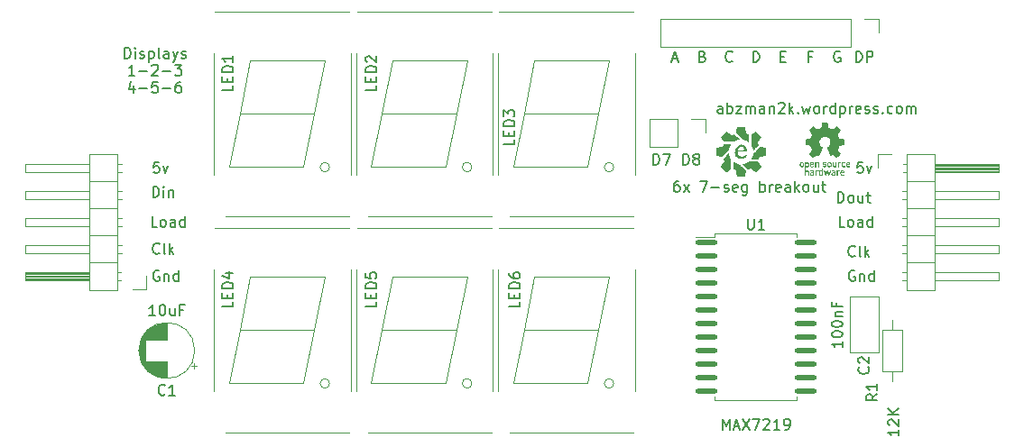
<source format=gbr>
%TF.GenerationSoftware,KiCad,Pcbnew,(6.0.0)*%
%TF.CreationDate,2022-01-04T00:37:29-05:00*%
%TF.ProjectId,spi led breakout,73706920-6c65-4642-9062-7265616b6f75,rev?*%
%TF.SameCoordinates,Original*%
%TF.FileFunction,Legend,Top*%
%TF.FilePolarity,Positive*%
%FSLAX46Y46*%
G04 Gerber Fmt 4.6, Leading zero omitted, Abs format (unit mm)*
G04 Created by KiCad (PCBNEW (6.0.0)) date 2022-01-04 00:37:29*
%MOMM*%
%LPD*%
G01*
G04 APERTURE LIST*
G04 Aperture macros list*
%AMRoundRect*
0 Rectangle with rounded corners*
0 $1 Rounding radius*
0 $2 $3 $4 $5 $6 $7 $8 $9 X,Y pos of 4 corners*
0 Add a 4 corners polygon primitive as box body*
4,1,4,$2,$3,$4,$5,$6,$7,$8,$9,$2,$3,0*
0 Add four circle primitives for the rounded corners*
1,1,$1+$1,$2,$3*
1,1,$1+$1,$4,$5*
1,1,$1+$1,$6,$7*
1,1,$1+$1,$8,$9*
0 Add four rect primitives between the rounded corners*
20,1,$1+$1,$2,$3,$4,$5,0*
20,1,$1+$1,$4,$5,$6,$7,0*
20,1,$1+$1,$6,$7,$8,$9,0*
20,1,$1+$1,$8,$9,$2,$3,0*%
G04 Aperture macros list end*
%ADD10C,0.150000*%
%ADD11C,0.120000*%
%ADD12C,3.200000*%
%ADD13R,1.600000X1.600000*%
%ADD14C,1.600000*%
%ADD15R,1.524000X2.524000*%
%ADD16O,1.524000X2.524000*%
%ADD17R,1.700000X1.700000*%
%ADD18O,1.700000X1.700000*%
%ADD19C,1.400000*%
%ADD20O,1.400000X1.400000*%
%ADD21RoundRect,0.137500X-0.862500X-0.137500X0.862500X-0.137500X0.862500X0.137500X-0.862500X0.137500X0*%
G04 APERTURE END LIST*
D10*
X181737095Y-91638380D02*
X181737095Y-90638380D01*
X181975190Y-90638380D01*
X182118047Y-90686000D01*
X182213285Y-90781238D01*
X182260904Y-90876476D01*
X182308523Y-91066952D01*
X182308523Y-91209809D01*
X182260904Y-91400285D01*
X182213285Y-91495523D01*
X182118047Y-91590761D01*
X181975190Y-91638380D01*
X181737095Y-91638380D01*
X182737095Y-91638380D02*
X182737095Y-90638380D01*
X183118047Y-90638380D01*
X183213285Y-90686000D01*
X183260904Y-90733619D01*
X183308523Y-90828857D01*
X183308523Y-90971714D01*
X183260904Y-91066952D01*
X183213285Y-91114571D01*
X183118047Y-91162190D01*
X182737095Y-91162190D01*
X180689380Y-107132380D02*
X180213190Y-107132380D01*
X180213190Y-106132380D01*
X181165571Y-107132380D02*
X181070333Y-107084761D01*
X181022714Y-107037142D01*
X180975095Y-106941904D01*
X180975095Y-106656190D01*
X181022714Y-106560952D01*
X181070333Y-106513333D01*
X181165571Y-106465714D01*
X181308428Y-106465714D01*
X181403666Y-106513333D01*
X181451285Y-106560952D01*
X181498904Y-106656190D01*
X181498904Y-106941904D01*
X181451285Y-107037142D01*
X181403666Y-107084761D01*
X181308428Y-107132380D01*
X181165571Y-107132380D01*
X182356047Y-107132380D02*
X182356047Y-106608571D01*
X182308428Y-106513333D01*
X182213190Y-106465714D01*
X182022714Y-106465714D01*
X181927476Y-106513333D01*
X182356047Y-107084761D02*
X182260809Y-107132380D01*
X182022714Y-107132380D01*
X181927476Y-107084761D01*
X181879857Y-106989523D01*
X181879857Y-106894285D01*
X181927476Y-106799047D01*
X182022714Y-106751428D01*
X182260809Y-106751428D01*
X182356047Y-106703809D01*
X183260809Y-107132380D02*
X183260809Y-106132380D01*
X183260809Y-107084761D02*
X183165571Y-107132380D01*
X182975095Y-107132380D01*
X182879857Y-107084761D01*
X182832238Y-107037142D01*
X182784619Y-106941904D01*
X182784619Y-106656190D01*
X182832238Y-106560952D01*
X182879857Y-106513333D01*
X182975095Y-106465714D01*
X183165571Y-106465714D01*
X183260809Y-106513333D01*
X182356142Y-101052380D02*
X181879952Y-101052380D01*
X181832333Y-101528571D01*
X181879952Y-101480952D01*
X181975190Y-101433333D01*
X182213285Y-101433333D01*
X182308523Y-101480952D01*
X182356142Y-101528571D01*
X182403761Y-101623809D01*
X182403761Y-101861904D01*
X182356142Y-101957142D01*
X182308523Y-102004761D01*
X182213285Y-102052380D01*
X181975190Y-102052380D01*
X181879952Y-102004761D01*
X181832333Y-101957142D01*
X182737095Y-101385714D02*
X182975190Y-102052380D01*
X183213285Y-101385714D01*
X116355857Y-109577142D02*
X116308238Y-109624761D01*
X116165380Y-109672380D01*
X116070142Y-109672380D01*
X115927285Y-109624761D01*
X115832047Y-109529523D01*
X115784428Y-109434285D01*
X115736809Y-109243809D01*
X115736809Y-109100952D01*
X115784428Y-108910476D01*
X115832047Y-108815238D01*
X115927285Y-108720000D01*
X116070142Y-108672380D01*
X116165380Y-108672380D01*
X116308238Y-108720000D01*
X116355857Y-108767619D01*
X116927285Y-109672380D02*
X116832047Y-109624761D01*
X116784428Y-109529523D01*
X116784428Y-108672380D01*
X117308238Y-109672380D02*
X117308238Y-108672380D01*
X117403476Y-109291428D02*
X117689190Y-109672380D01*
X117689190Y-109005714D02*
X117308238Y-109386666D01*
X180220904Y-90686000D02*
X180125666Y-90638380D01*
X179982809Y-90638380D01*
X179839952Y-90686000D01*
X179744714Y-90781238D01*
X179697095Y-90876476D01*
X179649476Y-91066952D01*
X179649476Y-91209809D01*
X179697095Y-91400285D01*
X179744714Y-91495523D01*
X179839952Y-91590761D01*
X179982809Y-91638380D01*
X180078047Y-91638380D01*
X180220904Y-91590761D01*
X180268523Y-91543142D01*
X180268523Y-91209809D01*
X180078047Y-91209809D01*
X170108523Y-91543142D02*
X170060904Y-91590761D01*
X169918047Y-91638380D01*
X169822809Y-91638380D01*
X169679952Y-91590761D01*
X169584714Y-91495523D01*
X169537095Y-91400285D01*
X169489476Y-91209809D01*
X169489476Y-91066952D01*
X169537095Y-90876476D01*
X169584714Y-90781238D01*
X169679952Y-90686000D01*
X169822809Y-90638380D01*
X169918047Y-90638380D01*
X170060904Y-90686000D01*
X170108523Y-90733619D01*
X167330428Y-91114571D02*
X167473285Y-91162190D01*
X167520904Y-91209809D01*
X167568523Y-91305047D01*
X167568523Y-91447904D01*
X167520904Y-91543142D01*
X167473285Y-91590761D01*
X167378047Y-91638380D01*
X166997095Y-91638380D01*
X166997095Y-90638380D01*
X167330428Y-90638380D01*
X167425666Y-90686000D01*
X167473285Y-90733619D01*
X167520904Y-90828857D01*
X167520904Y-90924095D01*
X167473285Y-91019333D01*
X167425666Y-91066952D01*
X167330428Y-91114571D01*
X166997095Y-91114571D01*
X115760619Y-104338380D02*
X115760619Y-103338380D01*
X115998714Y-103338380D01*
X116141571Y-103386000D01*
X116236809Y-103481238D01*
X116284428Y-103576476D01*
X116332047Y-103766952D01*
X116332047Y-103909809D01*
X116284428Y-104100285D01*
X116236809Y-104195523D01*
X116141571Y-104290761D01*
X115998714Y-104338380D01*
X115760619Y-104338380D01*
X116760619Y-104338380D02*
X116760619Y-103671714D01*
X116760619Y-103338380D02*
X116713000Y-103386000D01*
X116760619Y-103433619D01*
X116808238Y-103386000D01*
X116760619Y-103338380D01*
X116760619Y-103433619D01*
X117236809Y-103671714D02*
X117236809Y-104338380D01*
X117236809Y-103766952D02*
X117284428Y-103719333D01*
X117379666Y-103671714D01*
X117522523Y-103671714D01*
X117617761Y-103719333D01*
X117665380Y-103814571D01*
X117665380Y-104338380D01*
X169196857Y-96464380D02*
X169196857Y-95940571D01*
X169149238Y-95845333D01*
X169054000Y-95797714D01*
X168863523Y-95797714D01*
X168768285Y-95845333D01*
X169196857Y-96416761D02*
X169101619Y-96464380D01*
X168863523Y-96464380D01*
X168768285Y-96416761D01*
X168720666Y-96321523D01*
X168720666Y-96226285D01*
X168768285Y-96131047D01*
X168863523Y-96083428D01*
X169101619Y-96083428D01*
X169196857Y-96035809D01*
X169673047Y-96464380D02*
X169673047Y-95464380D01*
X169673047Y-95845333D02*
X169768285Y-95797714D01*
X169958761Y-95797714D01*
X170054000Y-95845333D01*
X170101619Y-95892952D01*
X170149238Y-95988190D01*
X170149238Y-96273904D01*
X170101619Y-96369142D01*
X170054000Y-96416761D01*
X169958761Y-96464380D01*
X169768285Y-96464380D01*
X169673047Y-96416761D01*
X170482571Y-95797714D02*
X171006380Y-95797714D01*
X170482571Y-96464380D01*
X171006380Y-96464380D01*
X171387333Y-96464380D02*
X171387333Y-95797714D01*
X171387333Y-95892952D02*
X171434952Y-95845333D01*
X171530190Y-95797714D01*
X171673047Y-95797714D01*
X171768285Y-95845333D01*
X171815904Y-95940571D01*
X171815904Y-96464380D01*
X171815904Y-95940571D02*
X171863523Y-95845333D01*
X171958761Y-95797714D01*
X172101619Y-95797714D01*
X172196857Y-95845333D01*
X172244476Y-95940571D01*
X172244476Y-96464380D01*
X173149238Y-96464380D02*
X173149238Y-95940571D01*
X173101619Y-95845333D01*
X173006380Y-95797714D01*
X172815904Y-95797714D01*
X172720666Y-95845333D01*
X173149238Y-96416761D02*
X173054000Y-96464380D01*
X172815904Y-96464380D01*
X172720666Y-96416761D01*
X172673047Y-96321523D01*
X172673047Y-96226285D01*
X172720666Y-96131047D01*
X172815904Y-96083428D01*
X173054000Y-96083428D01*
X173149238Y-96035809D01*
X173625428Y-95797714D02*
X173625428Y-96464380D01*
X173625428Y-95892952D02*
X173673047Y-95845333D01*
X173768285Y-95797714D01*
X173911142Y-95797714D01*
X174006380Y-95845333D01*
X174054000Y-95940571D01*
X174054000Y-96464380D01*
X174482571Y-95559619D02*
X174530190Y-95512000D01*
X174625428Y-95464380D01*
X174863523Y-95464380D01*
X174958761Y-95512000D01*
X175006380Y-95559619D01*
X175054000Y-95654857D01*
X175054000Y-95750095D01*
X175006380Y-95892952D01*
X174434952Y-96464380D01*
X175054000Y-96464380D01*
X175482571Y-96464380D02*
X175482571Y-95464380D01*
X175577809Y-96083428D02*
X175863523Y-96464380D01*
X175863523Y-95797714D02*
X175482571Y-96178666D01*
X176292095Y-96369142D02*
X176339714Y-96416761D01*
X176292095Y-96464380D01*
X176244476Y-96416761D01*
X176292095Y-96369142D01*
X176292095Y-96464380D01*
X176673047Y-95797714D02*
X176863523Y-96464380D01*
X177054000Y-95988190D01*
X177244476Y-96464380D01*
X177434952Y-95797714D01*
X177958761Y-96464380D02*
X177863523Y-96416761D01*
X177815904Y-96369142D01*
X177768285Y-96273904D01*
X177768285Y-95988190D01*
X177815904Y-95892952D01*
X177863523Y-95845333D01*
X177958761Y-95797714D01*
X178101619Y-95797714D01*
X178196857Y-95845333D01*
X178244476Y-95892952D01*
X178292095Y-95988190D01*
X178292095Y-96273904D01*
X178244476Y-96369142D01*
X178196857Y-96416761D01*
X178101619Y-96464380D01*
X177958761Y-96464380D01*
X178720666Y-96464380D02*
X178720666Y-95797714D01*
X178720666Y-95988190D02*
X178768285Y-95892952D01*
X178815904Y-95845333D01*
X178911142Y-95797714D01*
X179006380Y-95797714D01*
X179768285Y-96464380D02*
X179768285Y-95464380D01*
X179768285Y-96416761D02*
X179673047Y-96464380D01*
X179482571Y-96464380D01*
X179387333Y-96416761D01*
X179339714Y-96369142D01*
X179292095Y-96273904D01*
X179292095Y-95988190D01*
X179339714Y-95892952D01*
X179387333Y-95845333D01*
X179482571Y-95797714D01*
X179673047Y-95797714D01*
X179768285Y-95845333D01*
X180244476Y-95797714D02*
X180244476Y-96797714D01*
X180244476Y-95845333D02*
X180339714Y-95797714D01*
X180530190Y-95797714D01*
X180625428Y-95845333D01*
X180673047Y-95892952D01*
X180720666Y-95988190D01*
X180720666Y-96273904D01*
X180673047Y-96369142D01*
X180625428Y-96416761D01*
X180530190Y-96464380D01*
X180339714Y-96464380D01*
X180244476Y-96416761D01*
X181149238Y-96464380D02*
X181149238Y-95797714D01*
X181149238Y-95988190D02*
X181196857Y-95892952D01*
X181244476Y-95845333D01*
X181339714Y-95797714D01*
X181434952Y-95797714D01*
X182149238Y-96416761D02*
X182054000Y-96464380D01*
X181863523Y-96464380D01*
X181768285Y-96416761D01*
X181720666Y-96321523D01*
X181720666Y-95940571D01*
X181768285Y-95845333D01*
X181863523Y-95797714D01*
X182054000Y-95797714D01*
X182149238Y-95845333D01*
X182196857Y-95940571D01*
X182196857Y-96035809D01*
X181720666Y-96131047D01*
X182577809Y-96416761D02*
X182673047Y-96464380D01*
X182863523Y-96464380D01*
X182958761Y-96416761D01*
X183006380Y-96321523D01*
X183006380Y-96273904D01*
X182958761Y-96178666D01*
X182863523Y-96131047D01*
X182720666Y-96131047D01*
X182625428Y-96083428D01*
X182577809Y-95988190D01*
X182577809Y-95940571D01*
X182625428Y-95845333D01*
X182720666Y-95797714D01*
X182863523Y-95797714D01*
X182958761Y-95845333D01*
X183387333Y-96416761D02*
X183482571Y-96464380D01*
X183673047Y-96464380D01*
X183768285Y-96416761D01*
X183815904Y-96321523D01*
X183815904Y-96273904D01*
X183768285Y-96178666D01*
X183673047Y-96131047D01*
X183530190Y-96131047D01*
X183434952Y-96083428D01*
X183387333Y-95988190D01*
X183387333Y-95940571D01*
X183434952Y-95845333D01*
X183530190Y-95797714D01*
X183673047Y-95797714D01*
X183768285Y-95845333D01*
X184244476Y-96369142D02*
X184292095Y-96416761D01*
X184244476Y-96464380D01*
X184196857Y-96416761D01*
X184244476Y-96369142D01*
X184244476Y-96464380D01*
X185149238Y-96416761D02*
X185054000Y-96464380D01*
X184863523Y-96464380D01*
X184768285Y-96416761D01*
X184720666Y-96369142D01*
X184673047Y-96273904D01*
X184673047Y-95988190D01*
X184720666Y-95892952D01*
X184768285Y-95845333D01*
X184863523Y-95797714D01*
X185054000Y-95797714D01*
X185149238Y-95845333D01*
X185720666Y-96464380D02*
X185625428Y-96416761D01*
X185577809Y-96369142D01*
X185530190Y-96273904D01*
X185530190Y-95988190D01*
X185577809Y-95892952D01*
X185625428Y-95845333D01*
X185720666Y-95797714D01*
X185863523Y-95797714D01*
X185958761Y-95845333D01*
X186006380Y-95892952D01*
X186054000Y-95988190D01*
X186054000Y-96273904D01*
X186006380Y-96369142D01*
X185958761Y-96416761D01*
X185863523Y-96464380D01*
X185720666Y-96464380D01*
X186482571Y-96464380D02*
X186482571Y-95797714D01*
X186482571Y-95892952D02*
X186530190Y-95845333D01*
X186625428Y-95797714D01*
X186768285Y-95797714D01*
X186863523Y-95845333D01*
X186911142Y-95940571D01*
X186911142Y-96464380D01*
X186911142Y-95940571D02*
X186958761Y-95845333D01*
X187054000Y-95797714D01*
X187196857Y-95797714D01*
X187292095Y-95845333D01*
X187339714Y-95940571D01*
X187339714Y-96464380D01*
X164480904Y-91352666D02*
X164957095Y-91352666D01*
X164385666Y-91638380D02*
X164719000Y-90638380D01*
X165052333Y-91638380D01*
X180030619Y-104846380D02*
X180030619Y-103846380D01*
X180268714Y-103846380D01*
X180411571Y-103894000D01*
X180506809Y-103989238D01*
X180554428Y-104084476D01*
X180602047Y-104274952D01*
X180602047Y-104417809D01*
X180554428Y-104608285D01*
X180506809Y-104703523D01*
X180411571Y-104798761D01*
X180268714Y-104846380D01*
X180030619Y-104846380D01*
X181173476Y-104846380D02*
X181078238Y-104798761D01*
X181030619Y-104751142D01*
X180983000Y-104655904D01*
X180983000Y-104370190D01*
X181030619Y-104274952D01*
X181078238Y-104227333D01*
X181173476Y-104179714D01*
X181316333Y-104179714D01*
X181411571Y-104227333D01*
X181459190Y-104274952D01*
X181506809Y-104370190D01*
X181506809Y-104655904D01*
X181459190Y-104751142D01*
X181411571Y-104798761D01*
X181316333Y-104846380D01*
X181173476Y-104846380D01*
X182363952Y-104179714D02*
X182363952Y-104846380D01*
X181935380Y-104179714D02*
X181935380Y-104703523D01*
X181983000Y-104798761D01*
X182078238Y-104846380D01*
X182221095Y-104846380D01*
X182316333Y-104798761D01*
X182363952Y-104751142D01*
X182697285Y-104179714D02*
X183078238Y-104179714D01*
X182840142Y-103846380D02*
X182840142Y-104703523D01*
X182887761Y-104798761D01*
X182983000Y-104846380D01*
X183078238Y-104846380D01*
X116324142Y-111260000D02*
X116228904Y-111212380D01*
X116086047Y-111212380D01*
X115943190Y-111260000D01*
X115847952Y-111355238D01*
X115800333Y-111450476D01*
X115752714Y-111640952D01*
X115752714Y-111783809D01*
X115800333Y-111974285D01*
X115847952Y-112069523D01*
X115943190Y-112164761D01*
X116086047Y-112212380D01*
X116181285Y-112212380D01*
X116324142Y-112164761D01*
X116371761Y-112117142D01*
X116371761Y-111783809D01*
X116181285Y-111783809D01*
X116800333Y-111545714D02*
X116800333Y-112212380D01*
X116800333Y-111640952D02*
X116847952Y-111593333D01*
X116943190Y-111545714D01*
X117086047Y-111545714D01*
X117181285Y-111593333D01*
X117228904Y-111688571D01*
X117228904Y-112212380D01*
X118133666Y-112212380D02*
X118133666Y-111212380D01*
X118133666Y-112164761D02*
X118038428Y-112212380D01*
X117847952Y-112212380D01*
X117752714Y-112164761D01*
X117705095Y-112117142D01*
X117657476Y-112021904D01*
X117657476Y-111736190D01*
X117705095Y-111640952D01*
X117752714Y-111593333D01*
X117847952Y-111545714D01*
X118038428Y-111545714D01*
X118133666Y-111593333D01*
X174664714Y-91114571D02*
X174998047Y-91114571D01*
X175140904Y-91638380D02*
X174664714Y-91638380D01*
X174664714Y-90638380D01*
X175140904Y-90638380D01*
X162710904Y-101290380D02*
X162710904Y-100290380D01*
X162949000Y-100290380D01*
X163091857Y-100338000D01*
X163187095Y-100433238D01*
X163234714Y-100528476D01*
X163282333Y-100718952D01*
X163282333Y-100861809D01*
X163234714Y-101052285D01*
X163187095Y-101147523D01*
X163091857Y-101242761D01*
X162949000Y-101290380D01*
X162710904Y-101290380D01*
X163615666Y-100290380D02*
X164282333Y-100290380D01*
X163853761Y-101290380D01*
X172077095Y-91638380D02*
X172077095Y-90638380D01*
X172315190Y-90638380D01*
X172458047Y-90686000D01*
X172553285Y-90781238D01*
X172600904Y-90876476D01*
X172648523Y-91066952D01*
X172648523Y-91209809D01*
X172600904Y-91400285D01*
X172553285Y-91495523D01*
X172458047Y-91590761D01*
X172315190Y-91638380D01*
X172077095Y-91638380D01*
X113093857Y-91298380D02*
X113093857Y-90298380D01*
X113331952Y-90298380D01*
X113474809Y-90346000D01*
X113570047Y-90441238D01*
X113617666Y-90536476D01*
X113665285Y-90726952D01*
X113665285Y-90869809D01*
X113617666Y-91060285D01*
X113570047Y-91155523D01*
X113474809Y-91250761D01*
X113331952Y-91298380D01*
X113093857Y-91298380D01*
X114093857Y-91298380D02*
X114093857Y-90631714D01*
X114093857Y-90298380D02*
X114046238Y-90346000D01*
X114093857Y-90393619D01*
X114141476Y-90346000D01*
X114093857Y-90298380D01*
X114093857Y-90393619D01*
X114522428Y-91250761D02*
X114617666Y-91298380D01*
X114808142Y-91298380D01*
X114903380Y-91250761D01*
X114951000Y-91155523D01*
X114951000Y-91107904D01*
X114903380Y-91012666D01*
X114808142Y-90965047D01*
X114665285Y-90965047D01*
X114570047Y-90917428D01*
X114522428Y-90822190D01*
X114522428Y-90774571D01*
X114570047Y-90679333D01*
X114665285Y-90631714D01*
X114808142Y-90631714D01*
X114903380Y-90679333D01*
X115379571Y-90631714D02*
X115379571Y-91631714D01*
X115379571Y-90679333D02*
X115474809Y-90631714D01*
X115665285Y-90631714D01*
X115760523Y-90679333D01*
X115808142Y-90726952D01*
X115855761Y-90822190D01*
X115855761Y-91107904D01*
X115808142Y-91203142D01*
X115760523Y-91250761D01*
X115665285Y-91298380D01*
X115474809Y-91298380D01*
X115379571Y-91250761D01*
X116427190Y-91298380D02*
X116331952Y-91250761D01*
X116284333Y-91155523D01*
X116284333Y-90298380D01*
X117236714Y-91298380D02*
X117236714Y-90774571D01*
X117189095Y-90679333D01*
X117093857Y-90631714D01*
X116903380Y-90631714D01*
X116808142Y-90679333D01*
X117236714Y-91250761D02*
X117141476Y-91298380D01*
X116903380Y-91298380D01*
X116808142Y-91250761D01*
X116760523Y-91155523D01*
X116760523Y-91060285D01*
X116808142Y-90965047D01*
X116903380Y-90917428D01*
X117141476Y-90917428D01*
X117236714Y-90869809D01*
X117617666Y-90631714D02*
X117855761Y-91298380D01*
X118093857Y-90631714D02*
X117855761Y-91298380D01*
X117760523Y-91536476D01*
X117712904Y-91584095D01*
X117617666Y-91631714D01*
X118427190Y-91250761D02*
X118522428Y-91298380D01*
X118712904Y-91298380D01*
X118808142Y-91250761D01*
X118855761Y-91155523D01*
X118855761Y-91107904D01*
X118808142Y-91012666D01*
X118712904Y-90965047D01*
X118570047Y-90965047D01*
X118474809Y-90917428D01*
X118427190Y-90822190D01*
X118427190Y-90774571D01*
X118474809Y-90679333D01*
X118570047Y-90631714D01*
X118712904Y-90631714D01*
X118808142Y-90679333D01*
X114046238Y-92908380D02*
X113474809Y-92908380D01*
X113760523Y-92908380D02*
X113760523Y-91908380D01*
X113665285Y-92051238D01*
X113570047Y-92146476D01*
X113474809Y-92194095D01*
X114474809Y-92527428D02*
X115236714Y-92527428D01*
X115665285Y-92003619D02*
X115712904Y-91956000D01*
X115808142Y-91908380D01*
X116046238Y-91908380D01*
X116141476Y-91956000D01*
X116189095Y-92003619D01*
X116236714Y-92098857D01*
X116236714Y-92194095D01*
X116189095Y-92336952D01*
X115617666Y-92908380D01*
X116236714Y-92908380D01*
X116665285Y-92527428D02*
X117427190Y-92527428D01*
X117808142Y-91908380D02*
X118427190Y-91908380D01*
X118093857Y-92289333D01*
X118236714Y-92289333D01*
X118331952Y-92336952D01*
X118379571Y-92384571D01*
X118427190Y-92479809D01*
X118427190Y-92717904D01*
X118379571Y-92813142D01*
X118331952Y-92860761D01*
X118236714Y-92908380D01*
X117951000Y-92908380D01*
X117855761Y-92860761D01*
X117808142Y-92813142D01*
X113951000Y-93851714D02*
X113951000Y-94518380D01*
X113712904Y-93470761D02*
X113474809Y-94185047D01*
X114093857Y-94185047D01*
X114474809Y-94137428D02*
X115236714Y-94137428D01*
X116189095Y-93518380D02*
X115712904Y-93518380D01*
X115665285Y-93994571D01*
X115712904Y-93946952D01*
X115808142Y-93899333D01*
X116046238Y-93899333D01*
X116141476Y-93946952D01*
X116189095Y-93994571D01*
X116236714Y-94089809D01*
X116236714Y-94327904D01*
X116189095Y-94423142D01*
X116141476Y-94470761D01*
X116046238Y-94518380D01*
X115808142Y-94518380D01*
X115712904Y-94470761D01*
X115665285Y-94423142D01*
X116665285Y-94137428D02*
X117427190Y-94137428D01*
X118331952Y-93518380D02*
X118141476Y-93518380D01*
X118046238Y-93566000D01*
X117998619Y-93613619D01*
X117903380Y-93756476D01*
X117855761Y-93946952D01*
X117855761Y-94327904D01*
X117903380Y-94423142D01*
X117951000Y-94470761D01*
X118046238Y-94518380D01*
X118236714Y-94518380D01*
X118331952Y-94470761D01*
X118379571Y-94423142D01*
X118427190Y-94327904D01*
X118427190Y-94089809D01*
X118379571Y-93994571D01*
X118331952Y-93946952D01*
X118236714Y-93899333D01*
X118046238Y-93899333D01*
X117951000Y-93946952D01*
X117903380Y-93994571D01*
X117855761Y-94089809D01*
X116173380Y-107132380D02*
X115697190Y-107132380D01*
X115697190Y-106132380D01*
X116649571Y-107132380D02*
X116554333Y-107084761D01*
X116506714Y-107037142D01*
X116459095Y-106941904D01*
X116459095Y-106656190D01*
X116506714Y-106560952D01*
X116554333Y-106513333D01*
X116649571Y-106465714D01*
X116792428Y-106465714D01*
X116887666Y-106513333D01*
X116935285Y-106560952D01*
X116982904Y-106656190D01*
X116982904Y-106941904D01*
X116935285Y-107037142D01*
X116887666Y-107084761D01*
X116792428Y-107132380D01*
X116649571Y-107132380D01*
X117840047Y-107132380D02*
X117840047Y-106608571D01*
X117792428Y-106513333D01*
X117697190Y-106465714D01*
X117506714Y-106465714D01*
X117411476Y-106513333D01*
X117840047Y-107084761D02*
X117744809Y-107132380D01*
X117506714Y-107132380D01*
X117411476Y-107084761D01*
X117363857Y-106989523D01*
X117363857Y-106894285D01*
X117411476Y-106799047D01*
X117506714Y-106751428D01*
X117744809Y-106751428D01*
X117840047Y-106703809D01*
X118744809Y-107132380D02*
X118744809Y-106132380D01*
X118744809Y-107084761D02*
X118649571Y-107132380D01*
X118459095Y-107132380D01*
X118363857Y-107084761D01*
X118316238Y-107037142D01*
X118268619Y-106941904D01*
X118268619Y-106656190D01*
X118316238Y-106560952D01*
X118363857Y-106513333D01*
X118459095Y-106465714D01*
X118649571Y-106465714D01*
X118744809Y-106513333D01*
X177561857Y-91114571D02*
X177228523Y-91114571D01*
X177228523Y-91638380D02*
X177228523Y-90638380D01*
X177704714Y-90638380D01*
X116316142Y-101052380D02*
X115839952Y-101052380D01*
X115792333Y-101528571D01*
X115839952Y-101480952D01*
X115935190Y-101433333D01*
X116173285Y-101433333D01*
X116268523Y-101480952D01*
X116316142Y-101528571D01*
X116363761Y-101623809D01*
X116363761Y-101861904D01*
X116316142Y-101957142D01*
X116268523Y-102004761D01*
X116173285Y-102052380D01*
X115935190Y-102052380D01*
X115839952Y-102004761D01*
X115792333Y-101957142D01*
X116697095Y-101385714D02*
X116935190Y-102052380D01*
X117173285Y-101385714D01*
X181633857Y-109831142D02*
X181586238Y-109878761D01*
X181443380Y-109926380D01*
X181348142Y-109926380D01*
X181205285Y-109878761D01*
X181110047Y-109783523D01*
X181062428Y-109688285D01*
X181014809Y-109497809D01*
X181014809Y-109354952D01*
X181062428Y-109164476D01*
X181110047Y-109069238D01*
X181205285Y-108974000D01*
X181348142Y-108926380D01*
X181443380Y-108926380D01*
X181586238Y-108974000D01*
X181633857Y-109021619D01*
X182205285Y-109926380D02*
X182110047Y-109878761D01*
X182062428Y-109783523D01*
X182062428Y-108926380D01*
X182586238Y-109926380D02*
X182586238Y-108926380D01*
X182681476Y-109545428D02*
X182967190Y-109926380D01*
X182967190Y-109259714D02*
X182586238Y-109640666D01*
X165504904Y-101290380D02*
X165504904Y-100290380D01*
X165743000Y-100290380D01*
X165885857Y-100338000D01*
X165981095Y-100433238D01*
X166028714Y-100528476D01*
X166076333Y-100718952D01*
X166076333Y-100861809D01*
X166028714Y-101052285D01*
X165981095Y-101147523D01*
X165885857Y-101242761D01*
X165743000Y-101290380D01*
X165504904Y-101290380D01*
X166647761Y-100718952D02*
X166552523Y-100671333D01*
X166504904Y-100623714D01*
X166457285Y-100528476D01*
X166457285Y-100480857D01*
X166504904Y-100385619D01*
X166552523Y-100338000D01*
X166647761Y-100290380D01*
X166838238Y-100290380D01*
X166933476Y-100338000D01*
X166981095Y-100385619D01*
X167028714Y-100480857D01*
X167028714Y-100528476D01*
X166981095Y-100623714D01*
X166933476Y-100671333D01*
X166838238Y-100718952D01*
X166647761Y-100718952D01*
X166552523Y-100766571D01*
X166504904Y-100814190D01*
X166457285Y-100909428D01*
X166457285Y-101099904D01*
X166504904Y-101195142D01*
X166552523Y-101242761D01*
X166647761Y-101290380D01*
X166838238Y-101290380D01*
X166933476Y-101242761D01*
X166981095Y-101195142D01*
X167028714Y-101099904D01*
X167028714Y-100909428D01*
X166981095Y-100814190D01*
X166933476Y-100766571D01*
X166838238Y-100718952D01*
X181602142Y-111260000D02*
X181506904Y-111212380D01*
X181364047Y-111212380D01*
X181221190Y-111260000D01*
X181125952Y-111355238D01*
X181078333Y-111450476D01*
X181030714Y-111640952D01*
X181030714Y-111783809D01*
X181078333Y-111974285D01*
X181125952Y-112069523D01*
X181221190Y-112164761D01*
X181364047Y-112212380D01*
X181459285Y-112212380D01*
X181602142Y-112164761D01*
X181649761Y-112117142D01*
X181649761Y-111783809D01*
X181459285Y-111783809D01*
X182078333Y-111545714D02*
X182078333Y-112212380D01*
X182078333Y-111640952D02*
X182125952Y-111593333D01*
X182221190Y-111545714D01*
X182364047Y-111545714D01*
X182459285Y-111593333D01*
X182506904Y-111688571D01*
X182506904Y-112212380D01*
X183411666Y-112212380D02*
X183411666Y-111212380D01*
X183411666Y-112164761D02*
X183316428Y-112212380D01*
X183125952Y-112212380D01*
X183030714Y-112164761D01*
X182983095Y-112117142D01*
X182935476Y-112021904D01*
X182935476Y-111736190D01*
X182983095Y-111640952D01*
X183030714Y-111593333D01*
X183125952Y-111545714D01*
X183316428Y-111545714D01*
X183411666Y-111593333D01*
X165108761Y-102830380D02*
X164918285Y-102830380D01*
X164823047Y-102878000D01*
X164775428Y-102925619D01*
X164680190Y-103068476D01*
X164632571Y-103258952D01*
X164632571Y-103639904D01*
X164680190Y-103735142D01*
X164727809Y-103782761D01*
X164823047Y-103830380D01*
X165013523Y-103830380D01*
X165108761Y-103782761D01*
X165156380Y-103735142D01*
X165204000Y-103639904D01*
X165204000Y-103401809D01*
X165156380Y-103306571D01*
X165108761Y-103258952D01*
X165013523Y-103211333D01*
X164823047Y-103211333D01*
X164727809Y-103258952D01*
X164680190Y-103306571D01*
X164632571Y-103401809D01*
X165537333Y-103830380D02*
X166061142Y-103163714D01*
X165537333Y-103163714D02*
X166061142Y-103830380D01*
X167108761Y-102830380D02*
X167775428Y-102830380D01*
X167346857Y-103830380D01*
X168156380Y-103449428D02*
X168918285Y-103449428D01*
X169346857Y-103782761D02*
X169442095Y-103830380D01*
X169632571Y-103830380D01*
X169727809Y-103782761D01*
X169775428Y-103687523D01*
X169775428Y-103639904D01*
X169727809Y-103544666D01*
X169632571Y-103497047D01*
X169489714Y-103497047D01*
X169394476Y-103449428D01*
X169346857Y-103354190D01*
X169346857Y-103306571D01*
X169394476Y-103211333D01*
X169489714Y-103163714D01*
X169632571Y-103163714D01*
X169727809Y-103211333D01*
X170584952Y-103782761D02*
X170489714Y-103830380D01*
X170299238Y-103830380D01*
X170204000Y-103782761D01*
X170156380Y-103687523D01*
X170156380Y-103306571D01*
X170204000Y-103211333D01*
X170299238Y-103163714D01*
X170489714Y-103163714D01*
X170584952Y-103211333D01*
X170632571Y-103306571D01*
X170632571Y-103401809D01*
X170156380Y-103497047D01*
X171489714Y-103163714D02*
X171489714Y-103973238D01*
X171442095Y-104068476D01*
X171394476Y-104116095D01*
X171299238Y-104163714D01*
X171156380Y-104163714D01*
X171061142Y-104116095D01*
X171489714Y-103782761D02*
X171394476Y-103830380D01*
X171204000Y-103830380D01*
X171108761Y-103782761D01*
X171061142Y-103735142D01*
X171013523Y-103639904D01*
X171013523Y-103354190D01*
X171061142Y-103258952D01*
X171108761Y-103211333D01*
X171204000Y-103163714D01*
X171394476Y-103163714D01*
X171489714Y-103211333D01*
X172727809Y-103830380D02*
X172727809Y-102830380D01*
X172727809Y-103211333D02*
X172823047Y-103163714D01*
X173013523Y-103163714D01*
X173108761Y-103211333D01*
X173156380Y-103258952D01*
X173204000Y-103354190D01*
X173204000Y-103639904D01*
X173156380Y-103735142D01*
X173108761Y-103782761D01*
X173013523Y-103830380D01*
X172823047Y-103830380D01*
X172727809Y-103782761D01*
X173632571Y-103830380D02*
X173632571Y-103163714D01*
X173632571Y-103354190D02*
X173680190Y-103258952D01*
X173727809Y-103211333D01*
X173823047Y-103163714D01*
X173918285Y-103163714D01*
X174632571Y-103782761D02*
X174537333Y-103830380D01*
X174346857Y-103830380D01*
X174251619Y-103782761D01*
X174204000Y-103687523D01*
X174204000Y-103306571D01*
X174251619Y-103211333D01*
X174346857Y-103163714D01*
X174537333Y-103163714D01*
X174632571Y-103211333D01*
X174680190Y-103306571D01*
X174680190Y-103401809D01*
X174204000Y-103497047D01*
X175537333Y-103830380D02*
X175537333Y-103306571D01*
X175489714Y-103211333D01*
X175394476Y-103163714D01*
X175204000Y-103163714D01*
X175108761Y-103211333D01*
X175537333Y-103782761D02*
X175442095Y-103830380D01*
X175204000Y-103830380D01*
X175108761Y-103782761D01*
X175061142Y-103687523D01*
X175061142Y-103592285D01*
X175108761Y-103497047D01*
X175204000Y-103449428D01*
X175442095Y-103449428D01*
X175537333Y-103401809D01*
X176013523Y-103830380D02*
X176013523Y-102830380D01*
X176108761Y-103449428D02*
X176394476Y-103830380D01*
X176394476Y-103163714D02*
X176013523Y-103544666D01*
X176965904Y-103830380D02*
X176870666Y-103782761D01*
X176823047Y-103735142D01*
X176775428Y-103639904D01*
X176775428Y-103354190D01*
X176823047Y-103258952D01*
X176870666Y-103211333D01*
X176965904Y-103163714D01*
X177108761Y-103163714D01*
X177204000Y-103211333D01*
X177251619Y-103258952D01*
X177299238Y-103354190D01*
X177299238Y-103639904D01*
X177251619Y-103735142D01*
X177204000Y-103782761D01*
X177108761Y-103830380D01*
X176965904Y-103830380D01*
X178156380Y-103163714D02*
X178156380Y-103830380D01*
X177727809Y-103163714D02*
X177727809Y-103687523D01*
X177775428Y-103782761D01*
X177870666Y-103830380D01*
X178013523Y-103830380D01*
X178108761Y-103782761D01*
X178156380Y-103735142D01*
X178489714Y-103163714D02*
X178870666Y-103163714D01*
X178632571Y-102830380D02*
X178632571Y-103687523D01*
X178680190Y-103782761D01*
X178775428Y-103830380D01*
X178870666Y-103830380D01*
%TO.C,C1*%
X116882445Y-122852142D02*
X116834826Y-122899761D01*
X116691969Y-122947380D01*
X116596731Y-122947380D01*
X116453873Y-122899761D01*
X116358635Y-122804523D01*
X116311016Y-122709285D01*
X116263397Y-122518809D01*
X116263397Y-122375952D01*
X116311016Y-122185476D01*
X116358635Y-122090238D01*
X116453873Y-121995000D01*
X116596731Y-121947380D01*
X116691969Y-121947380D01*
X116834826Y-121995000D01*
X116882445Y-122042619D01*
X117834826Y-122947380D02*
X117263397Y-122947380D01*
X117549112Y-122947380D02*
X117549112Y-121947380D01*
X117453873Y-122090238D01*
X117358635Y-122185476D01*
X117263397Y-122233095D01*
X115977683Y-115447380D02*
X115406254Y-115447380D01*
X115691969Y-115447380D02*
X115691969Y-114447380D01*
X115596731Y-114590238D01*
X115501492Y-114685476D01*
X115406254Y-114733095D01*
X116596731Y-114447380D02*
X116691969Y-114447380D01*
X116787207Y-114495000D01*
X116834826Y-114542619D01*
X116882445Y-114637857D01*
X116930064Y-114828333D01*
X116930064Y-115066428D01*
X116882445Y-115256904D01*
X116834826Y-115352142D01*
X116787207Y-115399761D01*
X116691969Y-115447380D01*
X116596731Y-115447380D01*
X116501492Y-115399761D01*
X116453873Y-115352142D01*
X116406254Y-115256904D01*
X116358635Y-115066428D01*
X116358635Y-114828333D01*
X116406254Y-114637857D01*
X116453873Y-114542619D01*
X116501492Y-114495000D01*
X116596731Y-114447380D01*
X117787207Y-114780714D02*
X117787207Y-115447380D01*
X117358635Y-114780714D02*
X117358635Y-115304523D01*
X117406254Y-115399761D01*
X117501492Y-115447380D01*
X117644350Y-115447380D01*
X117739588Y-115399761D01*
X117787207Y-115352142D01*
X118596731Y-114923571D02*
X118263397Y-114923571D01*
X118263397Y-115447380D02*
X118263397Y-114447380D01*
X118739588Y-114447380D01*
%TO.C,LED2*%
X136723380Y-93829047D02*
X136723380Y-94305238D01*
X135723380Y-94305238D01*
X136199571Y-93495714D02*
X136199571Y-93162380D01*
X136723380Y-93019523D02*
X136723380Y-93495714D01*
X135723380Y-93495714D01*
X135723380Y-93019523D01*
X136723380Y-92590952D02*
X135723380Y-92590952D01*
X135723380Y-92352857D01*
X135771000Y-92210000D01*
X135866238Y-92114761D01*
X135961476Y-92067142D01*
X136151952Y-92019523D01*
X136294809Y-92019523D01*
X136485285Y-92067142D01*
X136580523Y-92114761D01*
X136675761Y-92210000D01*
X136723380Y-92352857D01*
X136723380Y-92590952D01*
X135818619Y-91638571D02*
X135771000Y-91590952D01*
X135723380Y-91495714D01*
X135723380Y-91257619D01*
X135771000Y-91162380D01*
X135818619Y-91114761D01*
X135913857Y-91067142D01*
X136009095Y-91067142D01*
X136151952Y-91114761D01*
X136723380Y-91686190D01*
X136723380Y-91067142D01*
%TO.C,LED5*%
X136723380Y-114149047D02*
X136723380Y-114625238D01*
X135723380Y-114625238D01*
X136199571Y-113815714D02*
X136199571Y-113482380D01*
X136723380Y-113339523D02*
X136723380Y-113815714D01*
X135723380Y-113815714D01*
X135723380Y-113339523D01*
X136723380Y-112910952D02*
X135723380Y-112910952D01*
X135723380Y-112672857D01*
X135771000Y-112530000D01*
X135866238Y-112434761D01*
X135961476Y-112387142D01*
X136151952Y-112339523D01*
X136294809Y-112339523D01*
X136485285Y-112387142D01*
X136580523Y-112434761D01*
X136675761Y-112530000D01*
X136723380Y-112672857D01*
X136723380Y-112910952D01*
X135723380Y-111434761D02*
X135723380Y-111910952D01*
X136199571Y-111958571D01*
X136151952Y-111910952D01*
X136104333Y-111815714D01*
X136104333Y-111577619D01*
X136151952Y-111482380D01*
X136199571Y-111434761D01*
X136294809Y-111387142D01*
X136532904Y-111387142D01*
X136628142Y-111434761D01*
X136675761Y-111482380D01*
X136723380Y-111577619D01*
X136723380Y-111815714D01*
X136675761Y-111910952D01*
X136628142Y-111958571D01*
%TO.C,LED3*%
X149677380Y-98909047D02*
X149677380Y-99385238D01*
X148677380Y-99385238D01*
X149153571Y-98575714D02*
X149153571Y-98242380D01*
X149677380Y-98099523D02*
X149677380Y-98575714D01*
X148677380Y-98575714D01*
X148677380Y-98099523D01*
X149677380Y-97670952D02*
X148677380Y-97670952D01*
X148677380Y-97432857D01*
X148725000Y-97290000D01*
X148820238Y-97194761D01*
X148915476Y-97147142D01*
X149105952Y-97099523D01*
X149248809Y-97099523D01*
X149439285Y-97147142D01*
X149534523Y-97194761D01*
X149629761Y-97290000D01*
X149677380Y-97432857D01*
X149677380Y-97670952D01*
X148677380Y-96766190D02*
X148677380Y-96147142D01*
X149058333Y-96480476D01*
X149058333Y-96337619D01*
X149105952Y-96242380D01*
X149153571Y-96194761D01*
X149248809Y-96147142D01*
X149486904Y-96147142D01*
X149582142Y-96194761D01*
X149629761Y-96242380D01*
X149677380Y-96337619D01*
X149677380Y-96623333D01*
X149629761Y-96718571D01*
X149582142Y-96766190D01*
%TO.C,LED6*%
X150185380Y-114149047D02*
X150185380Y-114625238D01*
X149185380Y-114625238D01*
X149661571Y-113815714D02*
X149661571Y-113482380D01*
X150185380Y-113339523D02*
X150185380Y-113815714D01*
X149185380Y-113815714D01*
X149185380Y-113339523D01*
X150185380Y-112910952D02*
X149185380Y-112910952D01*
X149185380Y-112672857D01*
X149233000Y-112530000D01*
X149328238Y-112434761D01*
X149423476Y-112387142D01*
X149613952Y-112339523D01*
X149756809Y-112339523D01*
X149947285Y-112387142D01*
X150042523Y-112434761D01*
X150137761Y-112530000D01*
X150185380Y-112672857D01*
X150185380Y-112910952D01*
X149185380Y-111482380D02*
X149185380Y-111672857D01*
X149233000Y-111768095D01*
X149280619Y-111815714D01*
X149423476Y-111910952D01*
X149613952Y-111958571D01*
X149994904Y-111958571D01*
X150090142Y-111910952D01*
X150137761Y-111863333D01*
X150185380Y-111768095D01*
X150185380Y-111577619D01*
X150137761Y-111482380D01*
X150090142Y-111434761D01*
X149994904Y-111387142D01*
X149756809Y-111387142D01*
X149661571Y-111434761D01*
X149613952Y-111482380D01*
X149566333Y-111577619D01*
X149566333Y-111768095D01*
X149613952Y-111863333D01*
X149661571Y-111910952D01*
X149756809Y-111958571D01*
%TO.C,R1*%
X183713380Y-122848666D02*
X183237190Y-123182000D01*
X183713380Y-123420095D02*
X182713380Y-123420095D01*
X182713380Y-123039142D01*
X182761000Y-122943904D01*
X182808619Y-122896285D01*
X182903857Y-122848666D01*
X183046714Y-122848666D01*
X183141952Y-122896285D01*
X183189571Y-122943904D01*
X183237190Y-123039142D01*
X183237190Y-123420095D01*
X183713380Y-121896285D02*
X183713380Y-122467714D01*
X183713380Y-122182000D02*
X182713380Y-122182000D01*
X182856238Y-122277238D01*
X182951476Y-122372476D01*
X182999095Y-122467714D01*
X185745380Y-126166476D02*
X185745380Y-126737904D01*
X185745380Y-126452190D02*
X184745380Y-126452190D01*
X184888238Y-126547428D01*
X184983476Y-126642666D01*
X185031095Y-126737904D01*
X184840619Y-125785523D02*
X184793000Y-125737904D01*
X184745380Y-125642666D01*
X184745380Y-125404571D01*
X184793000Y-125309333D01*
X184840619Y-125261714D01*
X184935857Y-125214095D01*
X185031095Y-125214095D01*
X185173952Y-125261714D01*
X185745380Y-125833142D01*
X185745380Y-125214095D01*
X185745380Y-124785523D02*
X184745380Y-124785523D01*
X185745380Y-124214095D02*
X185173952Y-124642666D01*
X184745380Y-124214095D02*
X185316809Y-124785523D01*
%TO.C,C2*%
X182856142Y-120308666D02*
X182903761Y-120356285D01*
X182951380Y-120499142D01*
X182951380Y-120594380D01*
X182903761Y-120737238D01*
X182808523Y-120832476D01*
X182713285Y-120880095D01*
X182522809Y-120927714D01*
X182379952Y-120927714D01*
X182189476Y-120880095D01*
X182094238Y-120832476D01*
X181999000Y-120737238D01*
X181951380Y-120594380D01*
X181951380Y-120499142D01*
X181999000Y-120356285D01*
X182046619Y-120308666D01*
X182046619Y-119927714D02*
X181999000Y-119880095D01*
X181951380Y-119784857D01*
X181951380Y-119546761D01*
X181999000Y-119451523D01*
X182046619Y-119403904D01*
X182141857Y-119356285D01*
X182237095Y-119356285D01*
X182379952Y-119403904D01*
X182951380Y-119975333D01*
X182951380Y-119356285D01*
X180451380Y-117879619D02*
X180451380Y-118451047D01*
X180451380Y-118165333D02*
X179451380Y-118165333D01*
X179594238Y-118260571D01*
X179689476Y-118355809D01*
X179737095Y-118451047D01*
X179451380Y-117260571D02*
X179451380Y-117165333D01*
X179499000Y-117070095D01*
X179546619Y-117022476D01*
X179641857Y-116974857D01*
X179832333Y-116927238D01*
X180070428Y-116927238D01*
X180260904Y-116974857D01*
X180356142Y-117022476D01*
X180403761Y-117070095D01*
X180451380Y-117165333D01*
X180451380Y-117260571D01*
X180403761Y-117355809D01*
X180356142Y-117403428D01*
X180260904Y-117451047D01*
X180070428Y-117498666D01*
X179832333Y-117498666D01*
X179641857Y-117451047D01*
X179546619Y-117403428D01*
X179499000Y-117355809D01*
X179451380Y-117260571D01*
X179451380Y-116308190D02*
X179451380Y-116212952D01*
X179499000Y-116117714D01*
X179546619Y-116070095D01*
X179641857Y-116022476D01*
X179832333Y-115974857D01*
X180070428Y-115974857D01*
X180260904Y-116022476D01*
X180356142Y-116070095D01*
X180403761Y-116117714D01*
X180451380Y-116212952D01*
X180451380Y-116308190D01*
X180403761Y-116403428D01*
X180356142Y-116451047D01*
X180260904Y-116498666D01*
X180070428Y-116546285D01*
X179832333Y-116546285D01*
X179641857Y-116498666D01*
X179546619Y-116451047D01*
X179499000Y-116403428D01*
X179451380Y-116308190D01*
X179784714Y-115546285D02*
X180451380Y-115546285D01*
X179879952Y-115546285D02*
X179832333Y-115498666D01*
X179784714Y-115403428D01*
X179784714Y-115260571D01*
X179832333Y-115165333D01*
X179927571Y-115117714D01*
X180451380Y-115117714D01*
X179927571Y-114308190D02*
X179927571Y-114641523D01*
X180451380Y-114641523D02*
X179451380Y-114641523D01*
X179451380Y-114165333D01*
%TO.C,LED1*%
X123261380Y-93829047D02*
X123261380Y-94305238D01*
X122261380Y-94305238D01*
X122737571Y-93495714D02*
X122737571Y-93162380D01*
X123261380Y-93019523D02*
X123261380Y-93495714D01*
X122261380Y-93495714D01*
X122261380Y-93019523D01*
X123261380Y-92590952D02*
X122261380Y-92590952D01*
X122261380Y-92352857D01*
X122309000Y-92210000D01*
X122404238Y-92114761D01*
X122499476Y-92067142D01*
X122689952Y-92019523D01*
X122832809Y-92019523D01*
X123023285Y-92067142D01*
X123118523Y-92114761D01*
X123213761Y-92210000D01*
X123261380Y-92352857D01*
X123261380Y-92590952D01*
X123261380Y-91067142D02*
X123261380Y-91638571D01*
X123261380Y-91352857D02*
X122261380Y-91352857D01*
X122404238Y-91448095D01*
X122499476Y-91543333D01*
X122547095Y-91638571D01*
%TO.C,LED4*%
X123261380Y-114149047D02*
X123261380Y-114625238D01*
X122261380Y-114625238D01*
X122737571Y-113815714D02*
X122737571Y-113482380D01*
X123261380Y-113339523D02*
X123261380Y-113815714D01*
X122261380Y-113815714D01*
X122261380Y-113339523D01*
X123261380Y-112910952D02*
X122261380Y-112910952D01*
X122261380Y-112672857D01*
X122309000Y-112530000D01*
X122404238Y-112434761D01*
X122499476Y-112387142D01*
X122689952Y-112339523D01*
X122832809Y-112339523D01*
X123023285Y-112387142D01*
X123118523Y-112434761D01*
X123213761Y-112530000D01*
X123261380Y-112672857D01*
X123261380Y-112910952D01*
X122594714Y-111482380D02*
X123261380Y-111482380D01*
X122213761Y-111720476D02*
X122928047Y-111958571D01*
X122928047Y-111339523D01*
%TO.C,U1*%
X171577095Y-106372380D02*
X171577095Y-107181904D01*
X171624714Y-107277142D01*
X171672333Y-107324761D01*
X171767571Y-107372380D01*
X171958047Y-107372380D01*
X172053285Y-107324761D01*
X172100904Y-107277142D01*
X172148523Y-107181904D01*
X172148523Y-106372380D01*
X173148523Y-107372380D02*
X172577095Y-107372380D01*
X172862809Y-107372380D02*
X172862809Y-106372380D01*
X172767571Y-106515238D01*
X172672333Y-106610476D01*
X172577095Y-106658095D01*
X169196142Y-126182380D02*
X169196142Y-125182380D01*
X169529476Y-125896666D01*
X169862809Y-125182380D01*
X169862809Y-126182380D01*
X170291380Y-125896666D02*
X170767571Y-125896666D01*
X170196142Y-126182380D02*
X170529476Y-125182380D01*
X170862809Y-126182380D01*
X171100904Y-125182380D02*
X171767571Y-126182380D01*
X171767571Y-125182380D02*
X171100904Y-126182380D01*
X172053285Y-125182380D02*
X172719952Y-125182380D01*
X172291380Y-126182380D01*
X173053285Y-125277619D02*
X173100904Y-125230000D01*
X173196142Y-125182380D01*
X173434238Y-125182380D01*
X173529476Y-125230000D01*
X173577095Y-125277619D01*
X173624714Y-125372857D01*
X173624714Y-125468095D01*
X173577095Y-125610952D01*
X173005666Y-126182380D01*
X173624714Y-126182380D01*
X174577095Y-126182380D02*
X174005666Y-126182380D01*
X174291380Y-126182380D02*
X174291380Y-125182380D01*
X174196142Y-125325238D01*
X174100904Y-125420476D01*
X174005666Y-125468095D01*
X175053285Y-126182380D02*
X175243761Y-126182380D01*
X175339000Y-126134761D01*
X175386619Y-126087142D01*
X175481857Y-125944285D01*
X175529476Y-125753809D01*
X175529476Y-125372857D01*
X175481857Y-125277619D01*
X175434238Y-125230000D01*
X175339000Y-125182380D01*
X175148523Y-125182380D01*
X175053285Y-125230000D01*
X175005666Y-125277619D01*
X174958047Y-125372857D01*
X174958047Y-125610952D01*
X175005666Y-125706190D01*
X175053285Y-125753809D01*
X175148523Y-125801428D01*
X175339000Y-125801428D01*
X175434238Y-125753809D01*
X175481857Y-125706190D01*
X175529476Y-125610952D01*
D11*
%TO.C,C1*%
X116769112Y-121310000D02*
X116769112Y-119785000D01*
X115488112Y-120810000D02*
X115488112Y-119785000D01*
X116008112Y-117705000D02*
X116008112Y-116380000D01*
X116889112Y-121321000D02*
X116889112Y-119785000D01*
X114648112Y-119756000D02*
X114648112Y-117734000D01*
X115448112Y-120780000D02*
X115448112Y-119785000D01*
X117009112Y-121325000D02*
X117009112Y-119785000D01*
X115528112Y-120840000D02*
X115528112Y-119785000D01*
X116649112Y-121295000D02*
X116649112Y-119785000D01*
X116609112Y-117705000D02*
X116609112Y-116202000D01*
X115688112Y-120945000D02*
X115688112Y-119785000D01*
X116128112Y-121159000D02*
X116128112Y-119785000D01*
X119603887Y-120470000D02*
X119603887Y-119970000D01*
X114808112Y-120064000D02*
X114808112Y-117426000D01*
X115248112Y-120609000D02*
X115248112Y-119785000D01*
X115288112Y-117705000D02*
X115288112Y-116844000D01*
X116569112Y-117705000D02*
X116569112Y-116209000D01*
X116929112Y-117705000D02*
X116929112Y-116167000D01*
X117049112Y-121325000D02*
X117049112Y-119785000D01*
X115168112Y-117705000D02*
X115168112Y-116960000D01*
X116609112Y-121288000D02*
X116609112Y-119785000D01*
X115248112Y-117705000D02*
X115248112Y-116881000D01*
X116569112Y-121281000D02*
X116569112Y-119785000D01*
X115048112Y-120398000D02*
X115048112Y-119785000D01*
X116208112Y-117705000D02*
X116208112Y-116303000D01*
X114848112Y-120128000D02*
X114848112Y-117362000D01*
X115688112Y-117705000D02*
X115688112Y-116545000D01*
X115768112Y-120992000D02*
X115768112Y-119785000D01*
X115848112Y-121035000D02*
X115848112Y-119785000D01*
X116248112Y-117705000D02*
X116248112Y-116290000D01*
X115128112Y-117705000D02*
X115128112Y-117002000D01*
X114688112Y-119843000D02*
X114688112Y-117647000D01*
X116288112Y-121213000D02*
X116288112Y-119785000D01*
X116769112Y-117705000D02*
X116769112Y-116180000D01*
X115288112Y-120646000D02*
X115288112Y-119785000D01*
X116369112Y-117705000D02*
X116369112Y-116254000D01*
X115568112Y-120867000D02*
X115568112Y-119785000D01*
X115968112Y-117705000D02*
X115968112Y-116397000D01*
X116489112Y-121265000D02*
X116489112Y-119785000D01*
X116248112Y-121200000D02*
X116248112Y-119785000D01*
X115208112Y-117705000D02*
X115208112Y-116919000D01*
X116809112Y-117705000D02*
X116809112Y-116176000D01*
X116128112Y-117705000D02*
X116128112Y-116331000D01*
X114448112Y-119029000D02*
X114448112Y-118461000D01*
X116008112Y-121110000D02*
X116008112Y-119785000D01*
X115848112Y-117705000D02*
X115848112Y-116455000D01*
X116529112Y-117705000D02*
X116529112Y-116217000D01*
X115648112Y-117705000D02*
X115648112Y-116570000D01*
X115648112Y-120920000D02*
X115648112Y-119785000D01*
X115488112Y-117705000D02*
X115488112Y-116680000D01*
X117049112Y-117705000D02*
X117049112Y-116165000D01*
X116449112Y-117705000D02*
X116449112Y-116234000D01*
X114928112Y-120245000D02*
X114928112Y-117245000D01*
X114608112Y-119660000D02*
X114608112Y-117830000D01*
X116088112Y-117705000D02*
X116088112Y-116347000D01*
X114568112Y-119550000D02*
X114568112Y-117940000D01*
X115928112Y-117705000D02*
X115928112Y-116416000D01*
X115808112Y-117705000D02*
X115808112Y-116477000D01*
X116889112Y-117705000D02*
X116889112Y-116169000D01*
X115168112Y-120530000D02*
X115168112Y-119785000D01*
X115368112Y-117705000D02*
X115368112Y-116774000D01*
X116168112Y-117705000D02*
X116168112Y-116317000D01*
X115368112Y-120716000D02*
X115368112Y-119785000D01*
X116849112Y-117705000D02*
X116849112Y-116172000D01*
X116689112Y-117705000D02*
X116689112Y-116189000D01*
X115128112Y-120488000D02*
X115128112Y-119785000D01*
X116369112Y-121236000D02*
X116369112Y-119785000D01*
X115728112Y-120969000D02*
X115728112Y-119785000D01*
X116328112Y-121225000D02*
X116328112Y-119785000D01*
X116168112Y-121173000D02*
X116168112Y-119785000D01*
X116729112Y-121306000D02*
X116729112Y-119785000D01*
X116088112Y-121143000D02*
X116088112Y-119785000D01*
X116809112Y-121314000D02*
X116809112Y-119785000D01*
X116689112Y-121301000D02*
X116689112Y-119785000D01*
X119853887Y-120220000D02*
X119353887Y-120220000D01*
X115048112Y-117705000D02*
X115048112Y-117092000D01*
X116208112Y-121187000D02*
X116208112Y-119785000D01*
X115328112Y-120682000D02*
X115328112Y-119785000D01*
X116048112Y-117705000D02*
X116048112Y-116363000D01*
X114968112Y-120299000D02*
X114968112Y-117191000D01*
X117009112Y-117705000D02*
X117009112Y-116165000D01*
X116969112Y-117705000D02*
X116969112Y-116166000D01*
X115408112Y-120749000D02*
X115408112Y-119785000D01*
X116288112Y-117705000D02*
X116288112Y-116277000D01*
X116649112Y-117705000D02*
X116649112Y-116195000D01*
X115888112Y-117705000D02*
X115888112Y-116435000D01*
X115448112Y-117705000D02*
X115448112Y-116710000D01*
X115408112Y-117705000D02*
X115408112Y-116741000D01*
X116929112Y-121323000D02*
X116929112Y-119785000D01*
X116409112Y-121246000D02*
X116409112Y-119785000D01*
X115008112Y-120350000D02*
X115008112Y-117140000D01*
X116409112Y-117705000D02*
X116409112Y-116244000D01*
X115928112Y-121074000D02*
X115928112Y-119785000D01*
X115888112Y-121055000D02*
X115888112Y-119785000D01*
X116529112Y-121273000D02*
X116529112Y-119785000D01*
X114768112Y-119996000D02*
X114768112Y-117494000D01*
X116849112Y-121318000D02*
X116849112Y-119785000D01*
X116449112Y-121256000D02*
X116449112Y-119785000D01*
X115568112Y-117705000D02*
X115568112Y-116623000D01*
X116489112Y-117705000D02*
X116489112Y-116225000D01*
X115208112Y-120571000D02*
X115208112Y-119785000D01*
X114888112Y-120188000D02*
X114888112Y-117302000D01*
X115528112Y-117705000D02*
X115528112Y-116650000D01*
X115608112Y-117705000D02*
X115608112Y-116596000D01*
X114488112Y-119263000D02*
X114488112Y-118227000D01*
X115968112Y-121093000D02*
X115968112Y-119785000D01*
X116969112Y-121324000D02*
X116969112Y-119785000D01*
X115728112Y-117705000D02*
X115728112Y-116521000D01*
X115608112Y-120894000D02*
X115608112Y-119785000D01*
X115328112Y-117705000D02*
X115328112Y-116808000D01*
X116328112Y-117705000D02*
X116328112Y-116265000D01*
X116729112Y-117705000D02*
X116729112Y-116184000D01*
X114528112Y-119422000D02*
X114528112Y-118068000D01*
X115808112Y-121013000D02*
X115808112Y-119785000D01*
X115088112Y-120444000D02*
X115088112Y-119785000D01*
X116048112Y-121127000D02*
X116048112Y-119785000D01*
X115088112Y-117705000D02*
X115088112Y-117046000D01*
X115768112Y-117705000D02*
X115768112Y-116498000D01*
X114728112Y-119923000D02*
X114728112Y-117567000D01*
X119669112Y-118745000D02*
G75*
G03*
X119669112Y-118745000I-2620000J0D01*
G01*
%TO.C,LED2*%
X144224000Y-96520000D02*
X137224000Y-96520000D01*
X138224000Y-91520000D02*
X137224000Y-96520000D01*
X137224000Y-96520000D02*
X136224000Y-101520000D01*
X147524000Y-86885000D02*
X134924000Y-86885000D01*
X134814000Y-102235000D02*
X134814000Y-90805000D01*
X145224000Y-91520000D02*
X144224000Y-96520000D01*
X138224000Y-91520000D02*
X145224000Y-91520000D01*
X147634000Y-102235000D02*
X147634000Y-90805000D01*
X143224000Y-101520000D02*
X144224000Y-96520000D01*
X135924000Y-106155000D02*
X147524000Y-106155000D01*
X136224000Y-101520000D02*
X143224000Y-101520000D01*
X145671214Y-101520000D02*
G75*
G03*
X145671214Y-101520000I-447214J0D01*
G01*
%TO.C,J4*%
X167578000Y-96968000D02*
X167578000Y-98298000D01*
X166248000Y-96968000D02*
X167578000Y-96968000D01*
X164978000Y-96968000D02*
X162378000Y-96968000D01*
X164978000Y-99628000D02*
X162378000Y-99628000D01*
X164978000Y-96968000D02*
X164978000Y-99628000D01*
X162378000Y-96968000D02*
X162378000Y-99628000D01*
%TO.C,LED5*%
X143224000Y-121840000D02*
X144224000Y-116840000D01*
X147634000Y-122555000D02*
X147634000Y-111125000D01*
X138224000Y-111840000D02*
X145224000Y-111840000D01*
X137224000Y-116840000D02*
X136224000Y-121840000D01*
X136224000Y-121840000D02*
X143224000Y-121840000D01*
X144224000Y-116840000D02*
X137224000Y-116840000D01*
X135924000Y-126475000D02*
X147524000Y-126475000D01*
X145224000Y-111840000D02*
X144224000Y-116840000D01*
X138224000Y-111840000D02*
X137224000Y-116840000D01*
X147524000Y-107205000D02*
X134924000Y-107205000D01*
X134814000Y-122555000D02*
X134814000Y-111125000D01*
X145671214Y-121840000D02*
G75*
G03*
X145671214Y-121840000I-447214J0D01*
G01*
%TO.C,LED3*%
X148149000Y-102235000D02*
X148149000Y-90805000D01*
X151559000Y-91520000D02*
X150559000Y-96520000D01*
X151559000Y-91520000D02*
X158559000Y-91520000D01*
X149259000Y-106155000D02*
X160859000Y-106155000D01*
X160969000Y-102235000D02*
X160969000Y-90805000D01*
X150559000Y-96520000D02*
X149559000Y-101520000D01*
X157559000Y-96520000D02*
X150559000Y-96520000D01*
X149559000Y-101520000D02*
X156559000Y-101520000D01*
X158559000Y-91520000D02*
X157559000Y-96520000D01*
X156559000Y-101520000D02*
X157559000Y-96520000D01*
X160859000Y-86885000D02*
X148259000Y-86885000D01*
X159006214Y-101520000D02*
G75*
G03*
X159006214Y-101520000I-447214J0D01*
G01*
%TO.C,LED6*%
X148149000Y-122555000D02*
X148149000Y-111125000D01*
X158559000Y-111840000D02*
X157559000Y-116840000D01*
X149559000Y-121840000D02*
X156559000Y-121840000D01*
X149259000Y-126475000D02*
X160859000Y-126475000D01*
X156559000Y-121840000D02*
X157559000Y-116840000D01*
X160859000Y-107205000D02*
X148259000Y-107205000D01*
X157559000Y-116840000D02*
X150559000Y-116840000D01*
X151559000Y-111840000D02*
X158559000Y-111840000D01*
X151559000Y-111840000D02*
X150559000Y-116840000D01*
X160969000Y-122555000D02*
X160969000Y-111125000D01*
X150559000Y-116840000D02*
X149559000Y-121840000D01*
X159006214Y-121840000D02*
G75*
G03*
X159006214Y-121840000I-447214J0D01*
G01*
%TO.C,R1*%
X184246000Y-120665000D02*
X186086000Y-120665000D01*
X185166000Y-121615000D02*
X185166000Y-120665000D01*
X185166000Y-115875000D02*
X185166000Y-116825000D01*
X184246000Y-116825000D02*
X184246000Y-120665000D01*
X186086000Y-120665000D02*
X186086000Y-116825000D01*
X186086000Y-116825000D02*
X184246000Y-116825000D01*
%TO.C,C2*%
X181129000Y-113712000D02*
X181129000Y-118952000D01*
X183869000Y-113712000D02*
X183869000Y-118952000D01*
X183869000Y-113712000D02*
X181129000Y-113712000D01*
X183869000Y-118952000D02*
X181129000Y-118952000D01*
%TO.C,LED1*%
X124889000Y-91520000D02*
X123889000Y-96520000D01*
X134189000Y-86885000D02*
X121589000Y-86885000D01*
X123889000Y-96520000D02*
X122889000Y-101520000D01*
X122889000Y-101520000D02*
X129889000Y-101520000D01*
X130889000Y-96520000D02*
X123889000Y-96520000D01*
X122589000Y-106155000D02*
X134189000Y-106155000D01*
X134299000Y-102235000D02*
X134299000Y-90805000D01*
X124889000Y-91520000D02*
X131889000Y-91520000D01*
X121479000Y-102235000D02*
X121479000Y-90805000D01*
X129889000Y-101520000D02*
X130889000Y-96520000D01*
X131889000Y-91520000D02*
X130889000Y-96520000D01*
X132336214Y-101520000D02*
G75*
G03*
X132336214Y-101520000I-447214J0D01*
G01*
%TO.C,LED4*%
X134189000Y-107205000D02*
X121589000Y-107205000D01*
X122589000Y-126475000D02*
X134189000Y-126475000D01*
X124889000Y-111840000D02*
X131889000Y-111840000D01*
X123889000Y-116840000D02*
X122889000Y-121840000D01*
X122889000Y-121840000D02*
X129889000Y-121840000D01*
X131889000Y-111840000D02*
X130889000Y-116840000D01*
X134299000Y-122555000D02*
X134299000Y-111125000D01*
X124889000Y-111840000D02*
X123889000Y-116840000D01*
X129889000Y-121840000D02*
X130889000Y-116840000D01*
X130889000Y-116840000D02*
X123889000Y-116840000D01*
X121479000Y-122555000D02*
X121479000Y-111125000D01*
X132336214Y-121840000D02*
G75*
G03*
X132336214Y-121840000I-447214J0D01*
G01*
%TO.C,J3*%
X183829000Y-87570000D02*
X183829000Y-88900000D01*
X181229000Y-87570000D02*
X181229000Y-90230000D01*
X163389000Y-87570000D02*
X163389000Y-90230000D01*
X181229000Y-87570000D02*
X163389000Y-87570000D01*
X182499000Y-87570000D02*
X183829000Y-87570000D01*
X181229000Y-90230000D02*
X163389000Y-90230000D01*
%TO.C,J2*%
X189139000Y-106305000D02*
X195139000Y-106305000D01*
X195139000Y-103765000D02*
X195139000Y-104525000D01*
X186081929Y-108845000D02*
X186479000Y-108845000D01*
X186479000Y-113095000D02*
X189139000Y-113095000D01*
X189139000Y-101225000D02*
X195139000Y-101225000D01*
X195139000Y-101225000D02*
X195139000Y-101985000D01*
X186479000Y-102875000D02*
X189139000Y-102875000D01*
X186479000Y-107955000D02*
X189139000Y-107955000D01*
X189139000Y-108845000D02*
X195139000Y-108845000D01*
X186479000Y-105415000D02*
X189139000Y-105415000D01*
X186081929Y-103765000D02*
X186479000Y-103765000D01*
X186081929Y-107065000D02*
X186479000Y-107065000D01*
X195139000Y-106305000D02*
X195139000Y-107065000D01*
X195139000Y-109605000D02*
X189139000Y-109605000D01*
X186479000Y-110495000D02*
X189139000Y-110495000D01*
X189139000Y-101285000D02*
X195139000Y-101285000D01*
X186081929Y-109605000D02*
X186479000Y-109605000D01*
X186081929Y-104525000D02*
X186479000Y-104525000D01*
X189139000Y-103765000D02*
X195139000Y-103765000D01*
X186149000Y-101985000D02*
X186479000Y-101985000D01*
X189139000Y-101525000D02*
X195139000Y-101525000D01*
X195139000Y-101985000D02*
X189139000Y-101985000D01*
X183769000Y-100335000D02*
X185039000Y-100335000D01*
X189139000Y-101645000D02*
X195139000Y-101645000D01*
X195139000Y-104525000D02*
X189139000Y-104525000D01*
X183769000Y-101605000D02*
X183769000Y-100335000D01*
X186081929Y-112145000D02*
X186479000Y-112145000D01*
X195139000Y-112145000D02*
X189139000Y-112145000D01*
X189139000Y-101405000D02*
X195139000Y-101405000D01*
X189139000Y-101765000D02*
X195139000Y-101765000D01*
X189139000Y-111385000D02*
X195139000Y-111385000D01*
X195139000Y-107065000D02*
X189139000Y-107065000D01*
X186149000Y-101225000D02*
X186479000Y-101225000D01*
X189139000Y-113095000D02*
X189139000Y-100275000D01*
X189139000Y-100275000D02*
X186479000Y-100275000D01*
X186479000Y-100275000D02*
X186479000Y-113095000D01*
X195139000Y-111385000D02*
X195139000Y-112145000D01*
X186081929Y-106305000D02*
X186479000Y-106305000D01*
X195139000Y-108845000D02*
X195139000Y-109605000D01*
X186081929Y-111385000D02*
X186479000Y-111385000D01*
X189139000Y-101885000D02*
X195139000Y-101885000D01*
%TO.C,J1*%
X109749000Y-111955000D02*
X103749000Y-111955000D01*
X103749000Y-101975000D02*
X103749000Y-101215000D01*
X112409000Y-113085000D02*
X112409000Y-100265000D01*
X109749000Y-100265000D02*
X109749000Y-113085000D01*
X103749000Y-111375000D02*
X109749000Y-111375000D01*
X112409000Y-100265000D02*
X109749000Y-100265000D01*
X103749000Y-103755000D02*
X109749000Y-103755000D01*
X103749000Y-108835000D02*
X109749000Y-108835000D01*
X109749000Y-112135000D02*
X103749000Y-112135000D01*
X109749000Y-111835000D02*
X103749000Y-111835000D01*
X109749000Y-112075000D02*
X103749000Y-112075000D01*
X109749000Y-111475000D02*
X103749000Y-111475000D01*
X109749000Y-113085000D02*
X112409000Y-113085000D01*
X112806071Y-106295000D02*
X112409000Y-106295000D01*
X103749000Y-112135000D02*
X103749000Y-111375000D01*
X115119000Y-111755000D02*
X115119000Y-113025000D01*
X112806071Y-108835000D02*
X112409000Y-108835000D01*
X112806071Y-103755000D02*
X112409000Y-103755000D01*
X112806071Y-107055000D02*
X112409000Y-107055000D01*
X112739000Y-111375000D02*
X112409000Y-111375000D01*
X103749000Y-109595000D02*
X103749000Y-108835000D01*
X112409000Y-102865000D02*
X109749000Y-102865000D01*
X109749000Y-111715000D02*
X103749000Y-111715000D01*
X112739000Y-112135000D02*
X112409000Y-112135000D01*
X112409000Y-105405000D02*
X109749000Y-105405000D01*
X103749000Y-104515000D02*
X103749000Y-103755000D01*
X109749000Y-111595000D02*
X103749000Y-111595000D01*
X103749000Y-107055000D02*
X103749000Y-106295000D01*
X115119000Y-113025000D02*
X113849000Y-113025000D01*
X109749000Y-104515000D02*
X103749000Y-104515000D01*
X112409000Y-107945000D02*
X109749000Y-107945000D01*
X103749000Y-106295000D02*
X109749000Y-106295000D01*
X109749000Y-107055000D02*
X103749000Y-107055000D01*
X109749000Y-109595000D02*
X103749000Y-109595000D01*
X112806071Y-101975000D02*
X112409000Y-101975000D01*
X112409000Y-110485000D02*
X109749000Y-110485000D01*
X112806071Y-101215000D02*
X112409000Y-101215000D01*
X112806071Y-109595000D02*
X112409000Y-109595000D01*
X112806071Y-104515000D02*
X112409000Y-104515000D01*
X109749000Y-101975000D02*
X103749000Y-101975000D01*
X103749000Y-101215000D02*
X109749000Y-101215000D01*
%TO.C,U1*%
X168479000Y-123380000D02*
X168479000Y-123090000D01*
X172339000Y-123380000D02*
X176199000Y-123380000D01*
X172339000Y-107760000D02*
X168479000Y-107760000D01*
X172339000Y-107760000D02*
X176199000Y-107760000D01*
X168479000Y-107760000D02*
X168479000Y-108050000D01*
X172339000Y-123380000D02*
X168479000Y-123380000D01*
X176199000Y-123380000D02*
X176199000Y-123090000D01*
X176199000Y-107760000D02*
X176199000Y-108050000D01*
X168479000Y-108050000D02*
X166689000Y-108050000D01*
%TO.C,G\u002A\u002A\u002A*%
G36*
X170427479Y-99753170D02*
G01*
X170472915Y-99674627D01*
X170532703Y-99600349D01*
X170551365Y-99580742D01*
X170624627Y-99515793D01*
X170702991Y-99465972D01*
X170790082Y-99429108D01*
X170820393Y-99419691D01*
X170858888Y-99409276D01*
X170890279Y-99402919D01*
X170920898Y-99399961D01*
X170957080Y-99399736D01*
X170997094Y-99401209D01*
X171073080Y-99408002D01*
X171138180Y-99421862D01*
X171198005Y-99444449D01*
X171258167Y-99477419D01*
X171261036Y-99479214D01*
X171326465Y-99530327D01*
X171382304Y-99594467D01*
X171426966Y-99669253D01*
X171458860Y-99752304D01*
X171468162Y-99789534D01*
X171474673Y-99832089D01*
X171478166Y-99880630D01*
X171478775Y-99930999D01*
X171476633Y-99979038D01*
X171471876Y-100020590D01*
X171464636Y-100051497D01*
X171459355Y-100062905D01*
X171445086Y-100084681D01*
X170646853Y-100084681D01*
X170647158Y-100121575D01*
X170655673Y-100204333D01*
X170679001Y-100281712D01*
X170715917Y-100351660D01*
X170765197Y-100412123D01*
X170825617Y-100461049D01*
X170861920Y-100481690D01*
X170890396Y-100495478D01*
X170912778Y-100504715D01*
X170933826Y-100510312D01*
X170958302Y-100513181D01*
X170990966Y-100514233D01*
X171032685Y-100514380D01*
X171078502Y-100514056D01*
X171111514Y-100512620D01*
X171136274Y-100509375D01*
X171157332Y-100503626D01*
X171179242Y-100494676D01*
X171188023Y-100490626D01*
X171224029Y-100470771D01*
X171265747Y-100443265D01*
X171307452Y-100412290D01*
X171343418Y-100382027D01*
X171362194Y-100363417D01*
X171379853Y-100349128D01*
X171398374Y-100347219D01*
X171421019Y-100358277D01*
X171446209Y-100378542D01*
X171483888Y-100411979D01*
X171453836Y-100461656D01*
X171395496Y-100542246D01*
X171326021Y-100610289D01*
X171246735Y-100664702D01*
X171158965Y-100704405D01*
X171154349Y-100705994D01*
X171118336Y-100717109D01*
X171084676Y-100724480D01*
X171047496Y-100728992D01*
X171000925Y-100731533D01*
X170981064Y-100732126D01*
X170935101Y-100732519D01*
X170890701Y-100731520D01*
X170853441Y-100729331D01*
X170831948Y-100726755D01*
X170760983Y-100708088D01*
X170687402Y-100678187D01*
X170618505Y-100640074D01*
X170611732Y-100635647D01*
X170542831Y-100579628D01*
X170484071Y-100510762D01*
X170436009Y-100430683D01*
X170399204Y-100341020D01*
X170374215Y-100243408D01*
X170361601Y-100139477D01*
X170361920Y-100030859D01*
X170372605Y-99937108D01*
X170374564Y-99928427D01*
X170646523Y-99928427D01*
X170883240Y-99928378D01*
X170949461Y-99928044D01*
X171010483Y-99927122D01*
X171063809Y-99925695D01*
X171106943Y-99923846D01*
X171137387Y-99921656D01*
X171151617Y-99919536D01*
X171183190Y-99904391D01*
X171203398Y-99878702D01*
X171213229Y-99840768D01*
X171214557Y-99811236D01*
X171205583Y-99749517D01*
X171180921Y-99692158D01*
X171142132Y-99641575D01*
X171090782Y-99600184D01*
X171070402Y-99588458D01*
X171025130Y-99572932D01*
X170971764Y-99567305D01*
X170916386Y-99571451D01*
X170865078Y-99585245D01*
X170847764Y-99593067D01*
X170790567Y-99631970D01*
X170740713Y-99684330D01*
X170700478Y-99746999D01*
X170672141Y-99816827D01*
X170664611Y-99846233D01*
X170658280Y-99875636D01*
X170652773Y-99900802D01*
X170650962Y-99908895D01*
X170646523Y-99928427D01*
X170374564Y-99928427D01*
X170394630Y-99839491D01*
X170427479Y-99753170D01*
G37*
G36*
X172597386Y-98428344D02*
G01*
X172663412Y-98494691D01*
X172721650Y-98553914D01*
X172771359Y-98605228D01*
X172811798Y-98647850D01*
X172842226Y-98680993D01*
X172861901Y-98703875D01*
X172870081Y-98715709D01*
X172870157Y-98717026D01*
X172862559Y-98726655D01*
X172846029Y-98747371D01*
X172822523Y-98776735D01*
X172793999Y-98812313D01*
X172762413Y-98851668D01*
X172729723Y-98892363D01*
X172697885Y-98931962D01*
X172668857Y-98968029D01*
X172644595Y-98998128D01*
X172627056Y-99019821D01*
X172618763Y-99029995D01*
X172607205Y-99044179D01*
X172587996Y-99067974D01*
X172564322Y-99097426D01*
X172550303Y-99114917D01*
X172496234Y-99182447D01*
X172542728Y-99275481D01*
X172562311Y-99315476D01*
X172580017Y-99353103D01*
X172593741Y-99383804D01*
X172600810Y-99401341D01*
X172612397Y-99434166D01*
X172361038Y-99685637D01*
X172306643Y-99739923D01*
X172256023Y-99790185D01*
X172210496Y-99835133D01*
X172171381Y-99873478D01*
X172139993Y-99903931D01*
X172117652Y-99925202D01*
X172105674Y-99936003D01*
X172104041Y-99937108D01*
X172096518Y-99930224D01*
X172093134Y-99923376D01*
X172088758Y-99903365D01*
X172087865Y-99890288D01*
X172085187Y-99868138D01*
X172077934Y-99833975D01*
X172067275Y-99792170D01*
X172054381Y-99747092D01*
X172040420Y-99703113D01*
X172029529Y-99672343D01*
X171999099Y-99598207D01*
X171965524Y-99531571D01*
X171925988Y-99465904D01*
X171888207Y-99407038D01*
X171888207Y-98497895D01*
X171916847Y-98473123D01*
X171942112Y-98451779D01*
X171970846Y-98428197D01*
X171979783Y-98421018D01*
X171996658Y-98407504D01*
X172024517Y-98385119D01*
X172060834Y-98355896D01*
X172103081Y-98321870D01*
X172148733Y-98285073D01*
X172165898Y-98271230D01*
X172317717Y-98148774D01*
X172597386Y-98428344D01*
G37*
G36*
X172770143Y-99628576D02*
G01*
X172799968Y-99631882D01*
X172841141Y-99636542D01*
X172887770Y-99641885D01*
X172925562Y-99646261D01*
X172979268Y-99652358D01*
X173039055Y-99658902D01*
X173095969Y-99664922D01*
X173125220Y-99667900D01*
X173167885Y-99672287D01*
X173207518Y-99676603D01*
X173238867Y-99680265D01*
X173253261Y-99682152D01*
X173285814Y-99686891D01*
X173285814Y-100473791D01*
X173253261Y-100478529D01*
X173231030Y-100481364D01*
X173196768Y-100485266D01*
X173155727Y-100489654D01*
X173125220Y-100492757D01*
X173073312Y-100498149D01*
X173013664Y-100504705D01*
X172955753Y-100511369D01*
X172929902Y-100514475D01*
X172879843Y-100520273D01*
X172826369Y-100525928D01*
X172777404Y-100530622D01*
X172753362Y-100532648D01*
X172717411Y-100536436D01*
X172690259Y-100541262D01*
X172675536Y-100546413D01*
X172673983Y-100548188D01*
X172664236Y-100580643D01*
X172650543Y-100622966D01*
X172635054Y-100668770D01*
X172619917Y-100711666D01*
X172610156Y-100737911D01*
X172587603Y-100796506D01*
X172224884Y-100796506D01*
X172147427Y-100796415D01*
X172075625Y-100796156D01*
X172011278Y-100795748D01*
X171956183Y-100795211D01*
X171912137Y-100794563D01*
X171880940Y-100793825D01*
X171864387Y-100793016D01*
X171862164Y-100792582D01*
X171866786Y-100784113D01*
X171879032Y-100765212D01*
X171896474Y-100739602D01*
X171900742Y-100733471D01*
X171946905Y-100660605D01*
X171989866Y-100580100D01*
X172025020Y-100500711D01*
X172029745Y-100488338D01*
X172043314Y-100449143D01*
X172056879Y-100405289D01*
X172069274Y-100361114D01*
X172079337Y-100320955D01*
X172085903Y-100289149D01*
X172087865Y-100271809D01*
X172094001Y-100260983D01*
X172112443Y-100238569D01*
X172143242Y-100204513D01*
X172186450Y-100158761D01*
X172242118Y-100101258D01*
X172310298Y-100031950D01*
X172391041Y-99950783D01*
X172403379Y-99938442D01*
X172718894Y-99623016D01*
X172770143Y-99628576D01*
G37*
G36*
X169767645Y-99355591D02*
G01*
X169843680Y-99355906D01*
X169904901Y-99356478D01*
X169952582Y-99357346D01*
X169987996Y-99358548D01*
X170012416Y-99360123D01*
X170027117Y-99362110D01*
X170033371Y-99364546D01*
X170033538Y-99366346D01*
X170025493Y-99378492D01*
X170010563Y-99400321D01*
X169991843Y-99427311D01*
X169990108Y-99429796D01*
X169946358Y-99498943D01*
X169904861Y-99576439D01*
X169870255Y-99653436D01*
X169862936Y-99672343D01*
X169850563Y-99708061D01*
X169837692Y-99749303D01*
X169825504Y-99791759D01*
X169815180Y-99831119D01*
X169807900Y-99863073D01*
X169804844Y-99883311D01*
X169804816Y-99884532D01*
X169798796Y-99894052D01*
X169781674Y-99914154D01*
X169754862Y-99943439D01*
X169719772Y-99980505D01*
X169677813Y-100023954D01*
X169630396Y-100072385D01*
X169578934Y-100124400D01*
X169524836Y-100178597D01*
X169469513Y-100233578D01*
X169414377Y-100287943D01*
X169360838Y-100340292D01*
X169310307Y-100389225D01*
X169264196Y-100433343D01*
X169223914Y-100471246D01*
X169190874Y-100501534D01*
X169166485Y-100522807D01*
X169152159Y-100533666D01*
X169149373Y-100534782D01*
X169127774Y-100532805D01*
X169106013Y-100530464D01*
X169028079Y-100521458D01*
X168964492Y-100514164D01*
X168912357Y-100508261D01*
X168868779Y-100503427D01*
X168830864Y-100499340D01*
X168795716Y-100495678D01*
X168767462Y-100492820D01*
X168724797Y-100488417D01*
X168685165Y-100484088D01*
X168653816Y-100480419D01*
X168639420Y-100478529D01*
X168606867Y-100473791D01*
X168606867Y-99686891D01*
X168639420Y-99682152D01*
X168661651Y-99679318D01*
X168695914Y-99675415D01*
X168736954Y-99671027D01*
X168767462Y-99667925D01*
X168819369Y-99662532D01*
X168879018Y-99655977D01*
X168936929Y-99649313D01*
X168962780Y-99646207D01*
X169012838Y-99640408D01*
X169066312Y-99634754D01*
X169115277Y-99630060D01*
X169139320Y-99628034D01*
X169175289Y-99624244D01*
X169202435Y-99619417D01*
X169217136Y-99614264D01*
X169218677Y-99612493D01*
X169226428Y-99586768D01*
X169238049Y-99550974D01*
X169251895Y-99509887D01*
X169266318Y-99468284D01*
X169279674Y-99430942D01*
X169290315Y-99402637D01*
X169294531Y-99392388D01*
X169310824Y-99355495D01*
X169675523Y-99355495D01*
X169767645Y-99355591D01*
G37*
G36*
X171344529Y-97773420D02*
G01*
X171347364Y-97795651D01*
X171351266Y-97829914D01*
X171355654Y-97870954D01*
X171358757Y-97901462D01*
X171364149Y-97953369D01*
X171370705Y-98013018D01*
X171377369Y-98070929D01*
X171380475Y-98096780D01*
X171386273Y-98146838D01*
X171391928Y-98200312D01*
X171396622Y-98249277D01*
X171398648Y-98273320D01*
X171402438Y-98309289D01*
X171407264Y-98336435D01*
X171412418Y-98351136D01*
X171414188Y-98352677D01*
X171439913Y-98360428D01*
X171475708Y-98372049D01*
X171516794Y-98385895D01*
X171558397Y-98400318D01*
X171595739Y-98413674D01*
X171624044Y-98424315D01*
X171634294Y-98428531D01*
X171671187Y-98444824D01*
X171671187Y-98809011D01*
X171671137Y-98886622D01*
X171670994Y-98958574D01*
X171670770Y-99023074D01*
X171670473Y-99078329D01*
X171670117Y-99122546D01*
X171669710Y-99153930D01*
X171669264Y-99170690D01*
X171669017Y-99173030D01*
X171661435Y-99168347D01*
X171642792Y-99155881D01*
X171616270Y-99137776D01*
X171597400Y-99124755D01*
X171481310Y-99054675D01*
X171355706Y-98998275D01*
X171222993Y-98956608D01*
X171202424Y-98951648D01*
X171137318Y-98936563D01*
X170813944Y-98614359D01*
X170490569Y-98292154D01*
X170495419Y-98248722D01*
X170498397Y-98222377D01*
X170502754Y-98184232D01*
X170507868Y-98139732D01*
X170512327Y-98101120D01*
X170518396Y-98047411D01*
X170524918Y-97987621D01*
X170530925Y-97930705D01*
X170533900Y-97901462D01*
X170538287Y-97858796D01*
X170542603Y-97819163D01*
X170546265Y-97787815D01*
X170548152Y-97773420D01*
X170552891Y-97740867D01*
X171339791Y-97740867D01*
X171344529Y-97773420D01*
G37*
G36*
X170244492Y-101001189D02*
G01*
X170266321Y-101016119D01*
X170293311Y-101034838D01*
X170295796Y-101036574D01*
X170364943Y-101080323D01*
X170442439Y-101121821D01*
X170519436Y-101156426D01*
X170538343Y-101163745D01*
X170574061Y-101176119D01*
X170615303Y-101188990D01*
X170657759Y-101201177D01*
X170697119Y-101211502D01*
X170729073Y-101218782D01*
X170749311Y-101221837D01*
X170750532Y-101221865D01*
X170759124Y-101227842D01*
X170778736Y-101245008D01*
X170808174Y-101272216D01*
X170846240Y-101308318D01*
X170891740Y-101352168D01*
X170943477Y-101402618D01*
X171000255Y-101458520D01*
X171060880Y-101518728D01*
X171083620Y-101541441D01*
X171403108Y-101861016D01*
X171397761Y-101908204D01*
X171394565Y-101936214D01*
X171390018Y-101975812D01*
X171384772Y-102021338D01*
X171380354Y-102059562D01*
X171374285Y-102113271D01*
X171367764Y-102173060D01*
X171361756Y-102229977D01*
X171358782Y-102259220D01*
X171354394Y-102301885D01*
X171350078Y-102341518D01*
X171346417Y-102372867D01*
X171344529Y-102387261D01*
X171339791Y-102419814D01*
X170552891Y-102419814D01*
X170548152Y-102387261D01*
X170545318Y-102365030D01*
X170541415Y-102330768D01*
X170537027Y-102289727D01*
X170533925Y-102259220D01*
X170528532Y-102207312D01*
X170521977Y-102147664D01*
X170515313Y-102089753D01*
X170512207Y-102063902D01*
X170506408Y-102013843D01*
X170500754Y-101960369D01*
X170496060Y-101911404D01*
X170494034Y-101887362D01*
X170490244Y-101851393D01*
X170485417Y-101824247D01*
X170480264Y-101809545D01*
X170478493Y-101808004D01*
X170452768Y-101800254D01*
X170416974Y-101788632D01*
X170375887Y-101774787D01*
X170334284Y-101760363D01*
X170296942Y-101747008D01*
X170268637Y-101736367D01*
X170258388Y-101732151D01*
X170221495Y-101715858D01*
X170221495Y-101351158D01*
X170221591Y-101259036D01*
X170221906Y-101183002D01*
X170222478Y-101121781D01*
X170223346Y-101074100D01*
X170224548Y-101038686D01*
X170226123Y-101014265D01*
X170228110Y-100999565D01*
X170230546Y-100993310D01*
X170232346Y-100993143D01*
X170244492Y-101001189D01*
G37*
G36*
X169628039Y-98190436D02*
G01*
X169649745Y-98207380D01*
X169681924Y-98232852D01*
X169721637Y-98264493D01*
X169765947Y-98299943D01*
X169811915Y-98336845D01*
X169856603Y-98372837D01*
X169897074Y-98405561D01*
X169930389Y-98432657D01*
X169953609Y-98451766D01*
X169956660Y-98454318D01*
X169973377Y-98467992D01*
X169997250Y-98487099D01*
X170012881Y-98499454D01*
X170051670Y-98529942D01*
X170112710Y-98496960D01*
X170152563Y-98476444D01*
X170198624Y-98454224D01*
X170240994Y-98435075D01*
X170241406Y-98434898D01*
X170309062Y-98405817D01*
X170564765Y-98661411D01*
X170619525Y-98716287D01*
X170670271Y-98767411D01*
X170715723Y-98813474D01*
X170754603Y-98853168D01*
X170785632Y-98885185D01*
X170807533Y-98908216D01*
X170819025Y-98920953D01*
X170820469Y-98923038D01*
X170812716Y-98927601D01*
X170792983Y-98932453D01*
X170779235Y-98934664D01*
X170743307Y-98941141D01*
X170696734Y-98951772D01*
X170645279Y-98965030D01*
X170594702Y-98979387D01*
X170550765Y-98993316D01*
X170530640Y-99000578D01*
X170478897Y-99022823D01*
X170421151Y-99051198D01*
X170365039Y-99081761D01*
X170320425Y-99109083D01*
X170276123Y-99138475D01*
X169355412Y-99138475D01*
X169341990Y-99117991D01*
X169327597Y-99098040D01*
X169316957Y-99085438D01*
X169307649Y-99074665D01*
X169289724Y-99053006D01*
X169265383Y-99023155D01*
X169236828Y-98987803D01*
X169221895Y-98969199D01*
X169188581Y-98927657D01*
X169155064Y-98885937D01*
X169124702Y-98848214D01*
X169100853Y-98818662D01*
X169095627Y-98812208D01*
X169072144Y-98782827D01*
X169050527Y-98755078D01*
X169035185Y-98734627D01*
X169034374Y-98733494D01*
X169015937Y-98707602D01*
X169574775Y-98149540D01*
X169628039Y-98190436D01*
G37*
G36*
X169794335Y-100222527D02*
G01*
X169799414Y-100241466D01*
X169800458Y-100247446D01*
X169828590Y-100379415D01*
X169870231Y-100505660D01*
X169924255Y-100623138D01*
X169966190Y-100694462D01*
X170004475Y-100753644D01*
X170004475Y-101662787D01*
X169975834Y-101687558D01*
X169950552Y-101708902D01*
X169921804Y-101732459D01*
X169912898Y-101739595D01*
X169895701Y-101753331D01*
X169867625Y-101775827D01*
X169831317Y-101804961D01*
X169789424Y-101838607D01*
X169744593Y-101874643D01*
X169735370Y-101882060D01*
X169692303Y-101916679D01*
X169653548Y-101947793D01*
X169621245Y-101973690D01*
X169597529Y-101992657D01*
X169584539Y-102002981D01*
X169583026Y-102004157D01*
X169574847Y-101999764D01*
X169555372Y-101983643D01*
X169525388Y-101956534D01*
X169485678Y-101919179D01*
X169437026Y-101872320D01*
X169380218Y-101816697D01*
X169316038Y-101753053D01*
X169294344Y-101731386D01*
X169014774Y-101451717D01*
X169137082Y-101299898D01*
X169173335Y-101254922D01*
X169206636Y-101213653D01*
X169235196Y-101178306D01*
X169257226Y-101151094D01*
X169270936Y-101134231D01*
X169273850Y-101130686D01*
X169285433Y-101116508D01*
X169304666Y-101092712D01*
X169328363Y-101063248D01*
X169342473Y-101045647D01*
X169396637Y-100978000D01*
X169358355Y-100902444D01*
X169338361Y-100862217D01*
X169318356Y-100820696D01*
X169301746Y-100784989D01*
X169297364Y-100775176D01*
X169274653Y-100723463D01*
X169528829Y-100469178D01*
X169583554Y-100414573D01*
X169634531Y-100363987D01*
X169680445Y-100318702D01*
X169719985Y-100279999D01*
X169751836Y-100249163D01*
X169774687Y-100227474D01*
X169787224Y-100216216D01*
X169789177Y-100214893D01*
X169794335Y-100222527D01*
G37*
G36*
X172080051Y-101013937D02*
G01*
X172526245Y-101014347D01*
X172565309Y-101063643D01*
X172586961Y-101090886D01*
X172606167Y-101114910D01*
X172618763Y-101130508D01*
X172629877Y-101144210D01*
X172649148Y-101168100D01*
X172674640Y-101199769D01*
X172704418Y-101236806D01*
X172736547Y-101276801D01*
X172769093Y-101317344D01*
X172800121Y-101356025D01*
X172827696Y-101390434D01*
X172849883Y-101418160D01*
X172864746Y-101436794D01*
X172870157Y-101443656D01*
X172865764Y-101451835D01*
X172849643Y-101471309D01*
X172822534Y-101501294D01*
X172785179Y-101541004D01*
X172738320Y-101589655D01*
X172682697Y-101646463D01*
X172619053Y-101710643D01*
X172597386Y-101732337D01*
X172317717Y-102011908D01*
X172165898Y-101889599D01*
X172120922Y-101853347D01*
X172079653Y-101820046D01*
X172044306Y-101791486D01*
X172017094Y-101769456D01*
X172000231Y-101755745D01*
X171996686Y-101752832D01*
X171982508Y-101741249D01*
X171958712Y-101722016D01*
X171929248Y-101698318D01*
X171911647Y-101684208D01*
X171844000Y-101630045D01*
X171768444Y-101668326D01*
X171728514Y-101688184D01*
X171687580Y-101707928D01*
X171652601Y-101724220D01*
X171642820Y-101728591D01*
X171592751Y-101750575D01*
X171336007Y-101494269D01*
X171281277Y-101439448D01*
X171230722Y-101388451D01*
X171185595Y-101342568D01*
X171147146Y-101303090D01*
X171116630Y-101271304D01*
X171095297Y-101248503D01*
X171084402Y-101235976D01*
X171083269Y-101233957D01*
X171093287Y-101230624D01*
X171115511Y-101225860D01*
X171142679Y-101221102D01*
X171271993Y-101191751D01*
X171399178Y-101145530D01*
X171523033Y-101082905D01*
X171567885Y-101055601D01*
X171633858Y-101013526D01*
X172080051Y-101013937D01*
G37*
G36*
X180601509Y-101030847D02*
G01*
X180625168Y-101034973D01*
X180635236Y-101037443D01*
X180675930Y-101051886D01*
X180714014Y-101072751D01*
X180744813Y-101097425D01*
X180747551Y-101100254D01*
X180757071Y-101111261D01*
X180758440Y-101118479D01*
X180752160Y-101127144D01*
X180750316Y-101129195D01*
X180737847Y-101141426D01*
X180721083Y-101156039D01*
X180715342Y-101160697D01*
X180692336Y-101178942D01*
X180663527Y-101158636D01*
X180644529Y-101146754D01*
X180626578Y-101140086D01*
X180604017Y-101136829D01*
X180592761Y-101136096D01*
X180552789Y-101137986D01*
X180520968Y-101148800D01*
X180496104Y-101169155D01*
X180479468Y-101194574D01*
X180471785Y-101211631D01*
X180467075Y-101228228D01*
X180464651Y-101248334D01*
X180463823Y-101275915D01*
X180463784Y-101284860D01*
X180464284Y-101315618D01*
X180466301Y-101337822D01*
X180470469Y-101355391D01*
X180477424Y-101372244D01*
X180478192Y-101373825D01*
X180498541Y-101402264D01*
X180526235Y-101422349D01*
X180558967Y-101433672D01*
X180594431Y-101435831D01*
X180630322Y-101428417D01*
X180664332Y-101411027D01*
X180669273Y-101407423D01*
X180691728Y-101390296D01*
X180715038Y-101408782D01*
X180732005Y-101423044D01*
X180746622Y-101436658D01*
X180750257Y-101440459D01*
X180758232Y-101450513D01*
X180757684Y-101457808D01*
X180750257Y-101466882D01*
X180725455Y-101488747D01*
X180693092Y-101509273D01*
X180658013Y-101525538D01*
X180646201Y-101529619D01*
X180617901Y-101537074D01*
X180592670Y-101539908D01*
X180564978Y-101538394D01*
X180540997Y-101534867D01*
X180503084Y-101523771D01*
X180464798Y-101504577D01*
X180431687Y-101480200D01*
X180425283Y-101474062D01*
X180398355Y-101438354D01*
X180378320Y-101394106D01*
X180365743Y-101343558D01*
X180361187Y-101288952D01*
X180364978Y-101234132D01*
X180378010Y-101177468D01*
X180399298Y-101130168D01*
X180428973Y-101092091D01*
X180467166Y-101063097D01*
X180514008Y-101043047D01*
X180552129Y-101034238D01*
X180579430Y-101030690D01*
X180601509Y-101030847D01*
G37*
G36*
X178804993Y-101032866D02*
G01*
X178840637Y-101038275D01*
X178873668Y-101045958D01*
X178896464Y-101053902D01*
X178920117Y-101065462D01*
X178941322Y-101077807D01*
X178957357Y-101089151D01*
X178965498Y-101097712D01*
X178965994Y-101099442D01*
X178962224Y-101106483D01*
X178952270Y-101120032D01*
X178938238Y-101137233D01*
X178937362Y-101138261D01*
X178908687Y-101171826D01*
X178873984Y-101152241D01*
X178843154Y-101139083D01*
X178808288Y-101130912D01*
X178773299Y-101128109D01*
X178742099Y-101131058D01*
X178723074Y-101137511D01*
X178703593Y-101152755D01*
X178693470Y-101171678D01*
X178692969Y-101191409D01*
X178702354Y-101209077D01*
X178715585Y-101219017D01*
X178730993Y-101224231D01*
X178753941Y-101228876D01*
X178779470Y-101231950D01*
X178779572Y-101231958D01*
X178831511Y-101237225D01*
X178872705Y-101244565D01*
X178904838Y-101254699D01*
X178929596Y-101268351D01*
X178948663Y-101286241D01*
X178963725Y-101309092D01*
X178964924Y-101311383D01*
X178976066Y-101343406D01*
X178980401Y-101379819D01*
X178977763Y-101415604D01*
X178969302Y-101443098D01*
X178947979Y-101474060D01*
X178916943Y-101499812D01*
X178878152Y-101519634D01*
X178833563Y-101532800D01*
X178785133Y-101538589D01*
X178734821Y-101536276D01*
X178722227Y-101534356D01*
X178697655Y-101528252D01*
X178669134Y-101518572D01*
X178648164Y-101509800D01*
X178625295Y-101497956D01*
X178602422Y-101484200D01*
X178582168Y-101470355D01*
X178567159Y-101458242D01*
X178560020Y-101449685D01*
X178559766Y-101448437D01*
X178564172Y-101442578D01*
X178575719Y-101430995D01*
X178592020Y-101416063D01*
X178594092Y-101414239D01*
X178628338Y-101384204D01*
X178656459Y-101403552D01*
X178694532Y-101425264D01*
X178733364Y-101437304D01*
X178777777Y-101441144D01*
X178779478Y-101441148D01*
X178820015Y-101438206D01*
X178849687Y-101429297D01*
X178868679Y-101414300D01*
X178877179Y-101393094D01*
X178877327Y-101377399D01*
X178873565Y-101362105D01*
X178864649Y-101350542D01*
X178848918Y-101341940D01*
X178824711Y-101335525D01*
X178790366Y-101330527D01*
X178772439Y-101328656D01*
X178721491Y-101321892D01*
X178681236Y-101312022D01*
X178650083Y-101298253D01*
X178626437Y-101279793D01*
X178608707Y-101255849D01*
X178602760Y-101244225D01*
X178595509Y-101221819D01*
X178591411Y-101196215D01*
X178591082Y-101188686D01*
X178596006Y-101144007D01*
X178611189Y-101106461D01*
X178636596Y-101076083D01*
X178672194Y-101052908D01*
X178717948Y-101036969D01*
X178744966Y-101031672D01*
X178771511Y-101030432D01*
X178804993Y-101032866D01*
G37*
G36*
X180204657Y-101827579D02*
G01*
X180240685Y-101846426D01*
X180243377Y-101851283D01*
X180240490Y-101859879D01*
X180231049Y-101873992D01*
X180214080Y-101895397D01*
X180213301Y-101896346D01*
X180177206Y-101940221D01*
X180152728Y-101927462D01*
X180121401Y-101917525D01*
X180089879Y-101918753D01*
X180060887Y-101930292D01*
X180037153Y-101951290D01*
X180027245Y-101966722D01*
X180023882Y-101974595D01*
X180021277Y-101984474D01*
X180019335Y-101997944D01*
X180017964Y-102016591D01*
X180017070Y-102042000D01*
X180016559Y-102075757D01*
X180016338Y-102119446D01*
X180016305Y-102152261D01*
X180016295Y-102316364D01*
X179916271Y-102316364D01*
X179916271Y-101822492D01*
X180016295Y-101822492D01*
X180016295Y-101866889D01*
X180038163Y-101850210D01*
X180076140Y-101828756D01*
X180118323Y-101817800D01*
X180162050Y-101817391D01*
X180204657Y-101827579D01*
G37*
G36*
X179041506Y-101226460D02*
G01*
X179046502Y-101187000D01*
X179054405Y-101155404D01*
X179056555Y-101149796D01*
X179079754Y-101109152D01*
X179110843Y-101076667D01*
X179148002Y-101052621D01*
X179189414Y-101037294D01*
X179233257Y-101030968D01*
X179277715Y-101033922D01*
X179320966Y-101046438D01*
X179361192Y-101068796D01*
X179393529Y-101097813D01*
X179411421Y-101119655D01*
X179424676Y-101141350D01*
X179433932Y-101165289D01*
X179439824Y-101193867D01*
X179442988Y-101229476D01*
X179444061Y-101274509D01*
X179444076Y-101287986D01*
X179443784Y-101325881D01*
X179442898Y-101353993D01*
X179441118Y-101375039D01*
X179438143Y-101391735D01*
X179433674Y-101406799D01*
X179429811Y-101417035D01*
X179411370Y-101450013D01*
X179384392Y-101481539D01*
X179352615Y-101507797D01*
X179326858Y-101522182D01*
X179292214Y-101532546D01*
X179251970Y-101537441D01*
X179212045Y-101536265D01*
X179202256Y-101534858D01*
X179156169Y-101520832D01*
X179115489Y-101496331D01*
X179082048Y-101462762D01*
X179059063Y-101424669D01*
X179049981Y-101396055D01*
X179043654Y-101358582D01*
X179040112Y-101315596D01*
X179039614Y-101284622D01*
X179141217Y-101284622D01*
X179142648Y-101330243D01*
X179147290Y-101365237D01*
X179155962Y-101391248D01*
X179169484Y-101409919D01*
X179188675Y-101422895D01*
X179214355Y-101431820D01*
X179214593Y-101431881D01*
X179251133Y-101435735D01*
X179284176Y-101428316D01*
X179303136Y-101417466D01*
X179319187Y-101403558D01*
X179330564Y-101388017D01*
X179338008Y-101368462D01*
X179342256Y-101342510D01*
X179344048Y-101307778D01*
X179344255Y-101284860D01*
X179343996Y-101250861D01*
X179342989Y-101226662D01*
X179340888Y-101209566D01*
X179337345Y-101196874D01*
X179332015Y-101185891D01*
X179331414Y-101184856D01*
X179308888Y-101157289D01*
X179280170Y-101140568D01*
X179245487Y-101134825D01*
X179244771Y-101134823D01*
X179208643Y-101139473D01*
X179180344Y-101153670D01*
X179159209Y-101177788D01*
X179155146Y-101185059D01*
X179148871Y-101198870D01*
X179144778Y-101213081D01*
X179142430Y-101230809D01*
X179141393Y-101255170D01*
X179141217Y-101284622D01*
X179039614Y-101284622D01*
X179039386Y-101270440D01*
X179041506Y-101226460D01*
G37*
G36*
X178194604Y-101826084D02*
G01*
X178208038Y-101831643D01*
X178225721Y-101840697D01*
X178237637Y-101848371D01*
X178240859Y-101852103D01*
X178237110Y-101858956D01*
X178227104Y-101872800D01*
X178212699Y-101891116D01*
X178206211Y-101899025D01*
X178171564Y-101940766D01*
X178151510Y-101928539D01*
X178122073Y-101917323D01*
X178091339Y-101917030D01*
X178062211Y-101926808D01*
X178037596Y-101945807D01*
X178023618Y-101966039D01*
X178019326Y-101975062D01*
X178016009Y-101984136D01*
X178013541Y-101994943D01*
X178011797Y-102009165D01*
X178010651Y-102028483D01*
X178009980Y-102054579D01*
X178009657Y-102089135D01*
X178009557Y-102133833D01*
X178009552Y-102155148D01*
X178009552Y-102316364D01*
X177909527Y-102316364D01*
X177909527Y-101822492D01*
X178009552Y-101822492D01*
X178009552Y-101873479D01*
X178034510Y-101852115D01*
X178069677Y-101829909D01*
X178109812Y-101817965D01*
X178152320Y-101816588D01*
X178194604Y-101826084D01*
G37*
G36*
X179412160Y-102127731D02*
G01*
X179429204Y-102090661D01*
X179456470Y-102060461D01*
X179491166Y-102038873D01*
X179504641Y-102033518D01*
X179519849Y-102029665D01*
X179539330Y-102026992D01*
X179565625Y-102025178D01*
X179601272Y-102023901D01*
X179611508Y-102023639D01*
X179703718Y-102021395D01*
X179703718Y-101985151D01*
X179701906Y-101958354D01*
X179696080Y-101940986D01*
X179692778Y-101936416D01*
X179673483Y-101922661D01*
X179646317Y-101913843D01*
X179614722Y-101909950D01*
X179582142Y-101910970D01*
X179552017Y-101916890D01*
X179527791Y-101927698D01*
X179517083Y-101937041D01*
X179511803Y-101941568D01*
X179505094Y-101941431D01*
X179494425Y-101935615D01*
X179477263Y-101923106D01*
X179471759Y-101918889D01*
X179453957Y-101904545D01*
X179440878Y-101892775D01*
X179435007Y-101885840D01*
X179434902Y-101885369D01*
X179440034Y-101875735D01*
X179453395Y-101862921D01*
X179471931Y-101849137D01*
X179492592Y-101836593D01*
X179512323Y-101827500D01*
X179516934Y-101825971D01*
X179550419Y-101819434D01*
X179590894Y-101816642D01*
X179633431Y-101817574D01*
X179673099Y-101822206D01*
X179693603Y-101826788D01*
X179726910Y-101840802D01*
X179756988Y-101862037D01*
X179780895Y-101887853D01*
X179795686Y-101915610D01*
X179796832Y-101919391D01*
X179798948Y-101933792D01*
X179800719Y-101959654D01*
X179802110Y-101995939D01*
X179803087Y-102041609D01*
X179803618Y-102095627D01*
X179803708Y-102130380D01*
X179803743Y-102316364D01*
X179703718Y-102316364D01*
X179703718Y-102277743D01*
X179684770Y-102293687D01*
X179665426Y-102306380D01*
X179644052Y-102315657D01*
X179642572Y-102316088D01*
X179611789Y-102321122D01*
X179575335Y-102321914D01*
X179539050Y-102318670D01*
X179508775Y-102311592D01*
X179508277Y-102311415D01*
X179468546Y-102291309D01*
X179437830Y-102263522D01*
X179416896Y-102229519D01*
X179406511Y-102190767D01*
X179407018Y-102167890D01*
X179503868Y-102167890D01*
X179508943Y-102192406D01*
X179523430Y-102210436D01*
X179542582Y-102219062D01*
X179560019Y-102222948D01*
X179569310Y-102225129D01*
X179587551Y-102226973D01*
X179611875Y-102226227D01*
X179637737Y-102223400D01*
X179660592Y-102219004D01*
X179675897Y-102213552D01*
X179676727Y-102213041D01*
X179692007Y-102197765D01*
X179700746Y-102175220D01*
X179703708Y-102143370D01*
X179703718Y-102140914D01*
X179703718Y-102110063D01*
X179625163Y-102110063D01*
X179582674Y-102110933D01*
X179551100Y-102114020D01*
X179528942Y-102120037D01*
X179514704Y-102129699D01*
X179506887Y-102143719D01*
X179503994Y-102162813D01*
X179503868Y-102167890D01*
X179407018Y-102167890D01*
X179407442Y-102148733D01*
X179412160Y-102127731D01*
G37*
G36*
X178150442Y-101034882D02*
G01*
X178186102Y-101045112D01*
X178193972Y-101048819D01*
X178228855Y-101071184D01*
X178254806Y-101099025D01*
X178273344Y-101131697D01*
X178277470Y-101141130D01*
X178280745Y-101150541D01*
X178283289Y-101161486D01*
X178285218Y-101175524D01*
X178286651Y-101194211D01*
X178287704Y-101219104D01*
X178288497Y-101251759D01*
X178289146Y-101293735D01*
X178289770Y-101346587D01*
X178289799Y-101349199D01*
X178291853Y-101535443D01*
X178239787Y-101533619D01*
X178187720Y-101531796D01*
X178184595Y-101363004D01*
X178183575Y-101311895D01*
X178182549Y-101271741D01*
X178181394Y-101240997D01*
X178179989Y-101218116D01*
X178178209Y-101201551D01*
X178175933Y-101189755D01*
X178173038Y-101181182D01*
X178169681Y-101174742D01*
X178149871Y-101151841D01*
X178123501Y-101138765D01*
X178091109Y-101134823D01*
X178057441Y-101138614D01*
X178031657Y-101150786D01*
X178011404Y-101172537D01*
X178008592Y-101176869D01*
X178004193Y-101184343D01*
X178000752Y-101191994D01*
X177998127Y-101201420D01*
X177996179Y-101214222D01*
X177994768Y-101232000D01*
X177993755Y-101256355D01*
X177992999Y-101288886D01*
X177992361Y-101331193D01*
X177991906Y-101367693D01*
X177989890Y-101534921D01*
X177890772Y-101534921D01*
X177890772Y-101034798D01*
X177990797Y-101034798D01*
X177990797Y-101059804D01*
X177992096Y-101077629D01*
X177996851Y-101083696D01*
X178006349Y-101078500D01*
X178015655Y-101069339D01*
X178041534Y-101050183D01*
X178074838Y-101037800D01*
X178112247Y-101032572D01*
X178150442Y-101034882D01*
G37*
G36*
X180796994Y-101203537D02*
G01*
X180814106Y-101150495D01*
X180839239Y-101106780D01*
X180872169Y-101072633D01*
X180912671Y-101048291D01*
X180955267Y-101034995D01*
X181004392Y-101031200D01*
X181052096Y-101039477D01*
X181096916Y-101059394D01*
X181134516Y-101087789D01*
X181158249Y-101113071D01*
X181175270Y-101139451D01*
X181186639Y-101169731D01*
X181193417Y-101206718D01*
X181196622Y-101252039D01*
X181199186Y-101322369D01*
X180891511Y-101322369D01*
X180891511Y-101339799D01*
X180895703Y-101361144D01*
X180906490Y-101385823D01*
X180921184Y-101408790D01*
X180936750Y-101424748D01*
X180956254Y-101433555D01*
X180983149Y-101438956D01*
X181012681Y-101440513D01*
X181040095Y-101437786D01*
X181049955Y-101435217D01*
X181070103Y-101426624D01*
X181091265Y-101414850D01*
X181094816Y-101412524D01*
X181117443Y-101397169D01*
X181151388Y-101426170D01*
X181168093Y-101441098D01*
X181180211Y-101453179D01*
X181185302Y-101459966D01*
X181185333Y-101460207D01*
X181180910Y-101466868D01*
X181169731Y-101477882D01*
X181163250Y-101483447D01*
X181117918Y-101512941D01*
X181067452Y-101531787D01*
X181014105Y-101539426D01*
X180960130Y-101535295D01*
X180957152Y-101534708D01*
X180908788Y-101519074D01*
X180868048Y-101493624D01*
X180835298Y-101458724D01*
X180810903Y-101414741D01*
X180798300Y-101375969D01*
X180794012Y-101349379D01*
X180791549Y-101315025D01*
X180790946Y-101277519D01*
X180792238Y-101241472D01*
X180792278Y-101241099D01*
X180891511Y-101241099D01*
X181099203Y-101241099D01*
X181094909Y-101217656D01*
X181083114Y-101181713D01*
X181063028Y-101154311D01*
X181035667Y-101136359D01*
X181002051Y-101128768D01*
X180995202Y-101128571D01*
X180966697Y-101131620D01*
X180942480Y-101139698D01*
X180941581Y-101140170D01*
X180922437Y-101155933D01*
X180905765Y-101179124D01*
X180894550Y-101204786D01*
X180891511Y-101223328D01*
X180891511Y-101241099D01*
X180792278Y-101241099D01*
X180795460Y-101211494D01*
X180796994Y-101203537D01*
G37*
G36*
X179636230Y-101206023D02*
G01*
X179636826Y-101257054D01*
X179637463Y-101297104D01*
X179638263Y-101327694D01*
X179639342Y-101350346D01*
X179640819Y-101366580D01*
X179642814Y-101377918D01*
X179645445Y-101385882D01*
X179648831Y-101391993D01*
X179650967Y-101394994D01*
X179672121Y-101418186D01*
X179694753Y-101431097D01*
X179722631Y-101435738D01*
X179727515Y-101435845D01*
X179762195Y-101431554D01*
X179789314Y-101417627D01*
X179810032Y-101393387D01*
X179814683Y-101384980D01*
X179818974Y-101376003D01*
X179822291Y-101366969D01*
X179824759Y-101356197D01*
X179826504Y-101342008D01*
X179827649Y-101322721D01*
X179828321Y-101296655D01*
X179828644Y-101262131D01*
X179828744Y-101217468D01*
X179828749Y-101196014D01*
X179828749Y-101034798D01*
X179928774Y-101034798D01*
X179928774Y-101534921D01*
X179828749Y-101534921D01*
X179828749Y-101485754D01*
X179797699Y-101506650D01*
X179756748Y-101527917D01*
X179714322Y-101538291D01*
X179672687Y-101537289D01*
X179663083Y-101535307D01*
X179619802Y-101518638D01*
X179583647Y-101491845D01*
X179555395Y-101455573D01*
X179546235Y-101438022D01*
X179542111Y-101428638D01*
X179538862Y-101419436D01*
X179536383Y-101408855D01*
X179534569Y-101395328D01*
X179533318Y-101377292D01*
X179532523Y-101353183D01*
X179532080Y-101321436D01*
X179531886Y-101280487D01*
X179531835Y-101228771D01*
X179531833Y-101222344D01*
X179531801Y-101037924D01*
X179583092Y-101036113D01*
X179634384Y-101034302D01*
X179636230Y-101206023D01*
G37*
G36*
X179138897Y-101991002D02*
G01*
X179153066Y-102034228D01*
X179166158Y-102073047D01*
X179177658Y-102106018D01*
X179187048Y-102131696D01*
X179193813Y-102148638D01*
X179197434Y-102155400D01*
X179197744Y-102155395D01*
X179200441Y-102148314D01*
X179205879Y-102130806D01*
X179213581Y-102104524D01*
X179223070Y-102071124D01*
X179233867Y-102032260D01*
X179244192Y-101994409D01*
X179255730Y-101951880D01*
X179266300Y-101913149D01*
X179275434Y-101879913D01*
X179282664Y-101853867D01*
X179287522Y-101836707D01*
X179289463Y-101830306D01*
X179296500Y-101825953D01*
X179314142Y-101823390D01*
X179343263Y-101822495D01*
X179345593Y-101822492D01*
X179372597Y-101822977D01*
X179388722Y-101824595D01*
X179395557Y-101827595D01*
X179395810Y-101830306D01*
X179393068Y-101838505D01*
X179387194Y-101856612D01*
X179378836Y-101882618D01*
X179368638Y-101914513D01*
X179357248Y-101950288D01*
X179357133Y-101950649D01*
X179343173Y-101994526D01*
X179326840Y-102045767D01*
X179309585Y-102099832D01*
X179292855Y-102152180D01*
X179280824Y-102189770D01*
X179240272Y-102316364D01*
X179150124Y-102316364D01*
X179100625Y-102150315D01*
X179087580Y-102106932D01*
X179075537Y-102067601D01*
X179064992Y-102033880D01*
X179056436Y-102007325D01*
X179050366Y-101989492D01*
X179047274Y-101981938D01*
X179047145Y-101981806D01*
X179044412Y-101986899D01*
X179038679Y-102002504D01*
X179030431Y-102027128D01*
X179020155Y-102059276D01*
X179008337Y-102097454D01*
X178995463Y-102140166D01*
X178993643Y-102146291D01*
X178944123Y-102313238D01*
X178898726Y-102315076D01*
X178872579Y-102315366D01*
X178857095Y-102313492D01*
X178850583Y-102309237D01*
X178850413Y-102308825D01*
X178847099Y-102298944D01*
X178840681Y-102279200D01*
X178831648Y-102251135D01*
X178820488Y-102216289D01*
X178807692Y-102176204D01*
X178793747Y-102132421D01*
X178779143Y-102086480D01*
X178764369Y-102039923D01*
X178749913Y-101994290D01*
X178736265Y-101951123D01*
X178723914Y-101911962D01*
X178713348Y-101878349D01*
X178705056Y-101851824D01*
X178699528Y-101833929D01*
X178697252Y-101826205D01*
X178697221Y-101826029D01*
X178702992Y-101824426D01*
X178718387Y-101823203D01*
X178740526Y-101822550D01*
X178750065Y-101822492D01*
X178802909Y-101822492D01*
X178808448Y-101842810D01*
X178811600Y-101854430D01*
X178817486Y-101876182D01*
X178825582Y-101906124D01*
X178835362Y-101942316D01*
X178846303Y-101982819D01*
X178854065Y-102011565D01*
X178865233Y-102052475D01*
X178875456Y-102089062D01*
X178884258Y-102119694D01*
X178891165Y-102142741D01*
X178895701Y-102156573D01*
X178897270Y-102159917D01*
X178899908Y-102154185D01*
X178905805Y-102138040D01*
X178914449Y-102112989D01*
X178925330Y-102080542D01*
X178937936Y-102042207D01*
X178951757Y-101999491D01*
X178953927Y-101992724D01*
X179007459Y-101825618D01*
X179045839Y-101823764D01*
X179084219Y-101821911D01*
X179138897Y-101991002D01*
G37*
G36*
X178881147Y-97321406D02*
G01*
X178931844Y-97321508D01*
X178972396Y-97321748D01*
X179003982Y-97322181D01*
X179027781Y-97322864D01*
X179044972Y-97323854D01*
X179056734Y-97325207D01*
X179064246Y-97326980D01*
X179068686Y-97329228D01*
X179071235Y-97332010D01*
X179072108Y-97333505D01*
X179074678Y-97342210D01*
X179079204Y-97361795D01*
X179085398Y-97390839D01*
X179092971Y-97427921D01*
X179101633Y-97471621D01*
X179111095Y-97520520D01*
X179121068Y-97573196D01*
X179122715Y-97582004D01*
X179132763Y-97634967D01*
X179142416Y-97684209D01*
X179151379Y-97728339D01*
X179159355Y-97765968D01*
X179166050Y-97795705D01*
X179171165Y-97816161D01*
X179174407Y-97825946D01*
X179174759Y-97826457D01*
X179183050Y-97831406D01*
X179201149Y-97840103D01*
X179227202Y-97851788D01*
X179259352Y-97865700D01*
X179295746Y-97881079D01*
X179334530Y-97897166D01*
X179373848Y-97913200D01*
X179411846Y-97928422D01*
X179446669Y-97942071D01*
X179476463Y-97953387D01*
X179499374Y-97961611D01*
X179513546Y-97965981D01*
X179516449Y-97966485D01*
X179525327Y-97963783D01*
X179542018Y-97955093D01*
X179566931Y-97940158D01*
X179600477Y-97918719D01*
X179643064Y-97890517D01*
X179695103Y-97855294D01*
X179725329Y-97834601D01*
X179777697Y-97798641D01*
X179820738Y-97769134D01*
X179855437Y-97745465D01*
X179882782Y-97727019D01*
X179903759Y-97713181D01*
X179919353Y-97703336D01*
X179930552Y-97696870D01*
X179938342Y-97693169D01*
X179943709Y-97691616D01*
X179947639Y-97691597D01*
X179951120Y-97692499D01*
X179952570Y-97692967D01*
X179960560Y-97698500D01*
X179975784Y-97711775D01*
X179997068Y-97731596D01*
X180023237Y-97756767D01*
X180053115Y-97786092D01*
X180085527Y-97818373D01*
X180119298Y-97852415D01*
X180153254Y-97887023D01*
X180186218Y-97920999D01*
X180217015Y-97953147D01*
X180244472Y-97982271D01*
X180267411Y-98007176D01*
X180284659Y-98026664D01*
X180295040Y-98039539D01*
X180297615Y-98044199D01*
X180294175Y-98052076D01*
X180284375Y-98069008D01*
X180268993Y-98093784D01*
X180248809Y-98125195D01*
X180224600Y-98162031D01*
X180197147Y-98203082D01*
X180167227Y-98247138D01*
X180163207Y-98253009D01*
X180122854Y-98312317D01*
X180089586Y-98362165D01*
X180063476Y-98402440D01*
X180044595Y-98433026D01*
X180033018Y-98453809D01*
X180028815Y-98464674D01*
X180028798Y-98465039D01*
X180031265Y-98476109D01*
X180038147Y-98496451D01*
X180048667Y-98524271D01*
X180062049Y-98557776D01*
X180077517Y-98595174D01*
X180094294Y-98634672D01*
X180111604Y-98674476D01*
X180128669Y-98712794D01*
X180144714Y-98747833D01*
X180158962Y-98777799D01*
X180170636Y-98800900D01*
X180178960Y-98815343D01*
X180182200Y-98819235D01*
X180191142Y-98822301D01*
X180210912Y-98827253D01*
X180240031Y-98833780D01*
X180277017Y-98841570D01*
X180320392Y-98850311D01*
X180368676Y-98859689D01*
X180416633Y-98868699D01*
X180468208Y-98878325D01*
X180516311Y-98887474D01*
X180559453Y-98895851D01*
X180596144Y-98903158D01*
X180624892Y-98909099D01*
X180644209Y-98913378D01*
X180652389Y-98915600D01*
X180666455Y-98921510D01*
X180666455Y-99171037D01*
X180666424Y-99233644D01*
X180666298Y-99284903D01*
X180666026Y-99325969D01*
X180665559Y-99357997D01*
X180664848Y-99382144D01*
X180663842Y-99399563D01*
X180662492Y-99411409D01*
X180660748Y-99418839D01*
X180658561Y-99423007D01*
X180655881Y-99425069D01*
X180655515Y-99425233D01*
X180647027Y-99427428D01*
X180627696Y-99431615D01*
X180598973Y-99437504D01*
X180562310Y-99444806D01*
X180519156Y-99453233D01*
X180470964Y-99462496D01*
X180419886Y-99472173D01*
X180357302Y-99484073D01*
X180306124Y-99494106D01*
X180265429Y-99502480D01*
X180234294Y-99509406D01*
X180211796Y-99515095D01*
X180197011Y-99519757D01*
X180189017Y-99523601D01*
X180187399Y-99525108D01*
X180183171Y-99533448D01*
X180174987Y-99551875D01*
X180163493Y-99578850D01*
X180149333Y-99612836D01*
X180133154Y-99652294D01*
X180115600Y-99695684D01*
X180109757Y-99710250D01*
X180086766Y-99768390D01*
X180068743Y-99815565D01*
X180055535Y-99852215D01*
X180046988Y-99878780D01*
X180042947Y-99895701D01*
X180042675Y-99901813D01*
X180046784Y-99910820D01*
X180057228Y-99928777D01*
X180073175Y-99954391D01*
X180093791Y-99986366D01*
X180118245Y-100023409D01*
X180145704Y-100064226D01*
X180171526Y-100102001D01*
X180200757Y-100144746D01*
X180227592Y-100184557D01*
X180251223Y-100220192D01*
X180270844Y-100250411D01*
X180285648Y-100273972D01*
X180294828Y-100289635D01*
X180297615Y-100295948D01*
X180293317Y-100302628D01*
X180281062Y-100317065D01*
X180261804Y-100338246D01*
X180236498Y-100365158D01*
X180206098Y-100396790D01*
X180171561Y-100432130D01*
X180133840Y-100470165D01*
X180123656Y-100480343D01*
X180078398Y-100525362D01*
X180041083Y-100562140D01*
X180010928Y-100591390D01*
X179987149Y-100613827D01*
X179968962Y-100630161D01*
X179955583Y-100641106D01*
X179946229Y-100647376D01*
X179940115Y-100649681D01*
X179937673Y-100649458D01*
X179929838Y-100644975D01*
X179912983Y-100634229D01*
X179888375Y-100618066D01*
X179857281Y-100597330D01*
X179820970Y-100572865D01*
X179780708Y-100545514D01*
X179744985Y-100521082D01*
X179702442Y-100492128D01*
X179662776Y-100465574D01*
X179627250Y-100442232D01*
X179597128Y-100422915D01*
X179573673Y-100408434D01*
X179558149Y-100399601D01*
X179552152Y-100397141D01*
X179542529Y-100399990D01*
X179524245Y-100407827D01*
X179499579Y-100419591D01*
X179470814Y-100434219D01*
X179457747Y-100441128D01*
X179428011Y-100456520D01*
X179401454Y-100469313D01*
X179380329Y-100478494D01*
X179366887Y-100483047D01*
X179363996Y-100483325D01*
X179360606Y-100480452D01*
X179355281Y-100472185D01*
X179347738Y-100457879D01*
X179337691Y-100436888D01*
X179324857Y-100408569D01*
X179308951Y-100372276D01*
X179289691Y-100327365D01*
X179266790Y-100273190D01*
X179239967Y-100209107D01*
X179208935Y-100134472D01*
X179187390Y-100082449D01*
X179159701Y-100015343D01*
X179133469Y-99951434D01*
X179109081Y-99891689D01*
X179086927Y-99837076D01*
X179067393Y-99788561D01*
X179050869Y-99747111D01*
X179037743Y-99713694D01*
X179028403Y-99689276D01*
X179023237Y-99674824D01*
X179022301Y-99671273D01*
X179027759Y-99659847D01*
X179042657Y-99646321D01*
X179048870Y-99642067D01*
X179066656Y-99630132D01*
X179090060Y-99613793D01*
X179114684Y-99596131D01*
X179120392Y-99591960D01*
X179181133Y-99539961D01*
X179232184Y-99480842D01*
X179273213Y-99415777D01*
X179303886Y-99345939D01*
X179323874Y-99272501D01*
X179332842Y-99196636D01*
X179330458Y-99119516D01*
X179316391Y-99042314D01*
X179294669Y-98976684D01*
X179275103Y-98933811D01*
X179252112Y-98895186D01*
X179223393Y-98857485D01*
X179186644Y-98817386D01*
X179178589Y-98809248D01*
X179123189Y-98759993D01*
X179065487Y-98721533D01*
X179002639Y-98692173D01*
X178956660Y-98676870D01*
X178911965Y-98667565D01*
X178859790Y-98662421D01*
X178804444Y-98661439D01*
X178750236Y-98664619D01*
X178701475Y-98671961D01*
X178681592Y-98676870D01*
X178607943Y-98704327D01*
X178539930Y-98742104D01*
X178478567Y-98789119D01*
X178424869Y-98844286D01*
X178379850Y-98906523D01*
X178344525Y-98974745D01*
X178319907Y-99047870D01*
X178315233Y-99068288D01*
X178305205Y-99146841D01*
X178307194Y-99224763D01*
X178320726Y-99300831D01*
X178345328Y-99373825D01*
X178380528Y-99442520D01*
X178425853Y-99505696D01*
X178480829Y-99562131D01*
X178517860Y-99591960D01*
X178542114Y-99609478D01*
X178566222Y-99626425D01*
X178585788Y-99639721D01*
X178589382Y-99642067D01*
X178606766Y-99655750D01*
X178615398Y-99668090D01*
X178615951Y-99671273D01*
X178613612Y-99678954D01*
X178606855Y-99697210D01*
X178596067Y-99725075D01*
X178581637Y-99761580D01*
X178563953Y-99805760D01*
X178543403Y-99856647D01*
X178520376Y-99913273D01*
X178495260Y-99974673D01*
X178468443Y-100039880D01*
X178450862Y-100082449D01*
X178417071Y-100163973D01*
X178387664Y-100234543D01*
X178362357Y-100294804D01*
X178340866Y-100345400D01*
X178322907Y-100386977D01*
X178308197Y-100420179D01*
X178296450Y-100445651D01*
X178287383Y-100464039D01*
X178280712Y-100475986D01*
X178276152Y-100482138D01*
X178274256Y-100483325D01*
X178264888Y-100481117D01*
X178246850Y-100473838D01*
X178222394Y-100462502D01*
X178193773Y-100448123D01*
X178180504Y-100441128D01*
X178150676Y-100425594D01*
X178123967Y-100412468D01*
X178102659Y-100402812D01*
X178089031Y-100397687D01*
X178086100Y-100397141D01*
X178078246Y-100400579D01*
X178061396Y-100410350D01*
X178036813Y-100425642D01*
X178005761Y-100445644D01*
X177969503Y-100469542D01*
X177929302Y-100496526D01*
X177893267Y-100521082D01*
X177850677Y-100550193D01*
X177810980Y-100577125D01*
X177775443Y-100601033D01*
X177745333Y-100621073D01*
X177721918Y-100636400D01*
X177706464Y-100646169D01*
X177700578Y-100649458D01*
X177696034Y-100649190D01*
X177688720Y-100645387D01*
X177677852Y-100637336D01*
X177662647Y-100624324D01*
X177642321Y-100605638D01*
X177616090Y-100580566D01*
X177583169Y-100548395D01*
X177542776Y-100508412D01*
X177514595Y-100480343D01*
X177476205Y-100441775D01*
X177440750Y-100405639D01*
X177409186Y-100372948D01*
X177382468Y-100344715D01*
X177361549Y-100321950D01*
X177347386Y-100305668D01*
X177340934Y-100296879D01*
X177340637Y-100295948D01*
X177344080Y-100288434D01*
X177353871Y-100271907D01*
X177369204Y-100247609D01*
X177389271Y-100216781D01*
X177413266Y-100180662D01*
X177440383Y-100140495D01*
X177466726Y-100102001D01*
X177496129Y-100058944D01*
X177523256Y-100018529D01*
X177547274Y-99982050D01*
X177567351Y-99950802D01*
X177582653Y-99926078D01*
X177592348Y-99909173D01*
X177595576Y-99901813D01*
X177594435Y-99891039D01*
X177588889Y-99870911D01*
X177578786Y-99840990D01*
X177563969Y-99800836D01*
X177544286Y-99750008D01*
X177528495Y-99710250D01*
X177510635Y-99665920D01*
X177493942Y-99625027D01*
X177479062Y-99589110D01*
X177466638Y-99559708D01*
X177457317Y-99538358D01*
X177451744Y-99526600D01*
X177450853Y-99525108D01*
X177445591Y-99521560D01*
X177433950Y-99517289D01*
X177415007Y-99512085D01*
X177387839Y-99505736D01*
X177351523Y-99498034D01*
X177305136Y-99488767D01*
X177247755Y-99477726D01*
X177218366Y-99472173D01*
X177166623Y-99462369D01*
X177118488Y-99453116D01*
X177075411Y-99444702D01*
X177038843Y-99437416D01*
X177010235Y-99431547D01*
X176991039Y-99427385D01*
X176982736Y-99425233D01*
X176979992Y-99423351D01*
X176977747Y-99419504D01*
X176975952Y-99412537D01*
X176974556Y-99401295D01*
X176973511Y-99384623D01*
X176972766Y-99361366D01*
X176972272Y-99330368D01*
X176971979Y-99290474D01*
X176971837Y-99240530D01*
X176971797Y-99179380D01*
X176971796Y-99171037D01*
X176971796Y-98921510D01*
X176985862Y-98915600D01*
X176995116Y-98913125D01*
X177015181Y-98908713D01*
X177044568Y-98902660D01*
X177081787Y-98895264D01*
X177125347Y-98886820D01*
X177173759Y-98877626D01*
X177221618Y-98868699D01*
X177273136Y-98859008D01*
X177321120Y-98849665D01*
X177364090Y-98840982D01*
X177400567Y-98833271D01*
X177429070Y-98826846D01*
X177448119Y-98822017D01*
X177456051Y-98819235D01*
X177461787Y-98811366D01*
X177471377Y-98793676D01*
X177484044Y-98767958D01*
X177499012Y-98736004D01*
X177515504Y-98699609D01*
X177532744Y-98660564D01*
X177549955Y-98620663D01*
X177566360Y-98581699D01*
X177581183Y-98545465D01*
X177593648Y-98513753D01*
X177602978Y-98488357D01*
X177608397Y-98471070D01*
X177609453Y-98465039D01*
X177605739Y-98454831D01*
X177594645Y-98434699D01*
X177576244Y-98404756D01*
X177550608Y-98365116D01*
X177517810Y-98315896D01*
X177477922Y-98257208D01*
X177475045Y-98253009D01*
X177444863Y-98208652D01*
X177417045Y-98167143D01*
X177392372Y-98129693D01*
X177371622Y-98097510D01*
X177355573Y-98071805D01*
X177345005Y-98053787D01*
X177340697Y-98044667D01*
X177340637Y-98044199D01*
X177344916Y-98037244D01*
X177356968Y-98022754D01*
X177375619Y-98001924D01*
X177399693Y-97975950D01*
X177428016Y-97946030D01*
X177459412Y-97913359D01*
X177492706Y-97879134D01*
X177526722Y-97844550D01*
X177560287Y-97810804D01*
X177592224Y-97779093D01*
X177621359Y-97750611D01*
X177646516Y-97726557D01*
X177666520Y-97708125D01*
X177680196Y-97696512D01*
X177685682Y-97692967D01*
X177689344Y-97691885D01*
X177693143Y-97691541D01*
X177698065Y-97692549D01*
X177705096Y-97695523D01*
X177715224Y-97701079D01*
X177729434Y-97709831D01*
X177748712Y-97722393D01*
X177774047Y-97739381D01*
X177806424Y-97761409D01*
X177846830Y-97789091D01*
X177896252Y-97823042D01*
X177913606Y-97834970D01*
X177970558Y-97873858D01*
X178017848Y-97905582D01*
X178055878Y-97930396D01*
X178085052Y-97948554D01*
X178105772Y-97960311D01*
X178118440Y-97965922D01*
X178121797Y-97966505D01*
X178131764Y-97963986D01*
X178151254Y-97957293D01*
X178178412Y-97947186D01*
X178211379Y-97934425D01*
X178248298Y-97919772D01*
X178287311Y-97903987D01*
X178326561Y-97887832D01*
X178364190Y-97872066D01*
X178398340Y-97857451D01*
X178427153Y-97844748D01*
X178448773Y-97834716D01*
X178461342Y-97828118D01*
X178463437Y-97826591D01*
X178466367Y-97818782D01*
X178471213Y-97800058D01*
X178477680Y-97771812D01*
X178485470Y-97735436D01*
X178494288Y-97692320D01*
X178503836Y-97643856D01*
X178513818Y-97591436D01*
X178515559Y-97582108D01*
X178525562Y-97528957D01*
X178535106Y-97479349D01*
X178543901Y-97434706D01*
X178551659Y-97396450D01*
X178558091Y-97366002D01*
X178562906Y-97344783D01*
X178565818Y-97334217D01*
X178566087Y-97333610D01*
X178568149Y-97330535D01*
X178571509Y-97328024D01*
X178577345Y-97326019D01*
X178586837Y-97324464D01*
X178601166Y-97323302D01*
X178621510Y-97322476D01*
X178649048Y-97321928D01*
X178684962Y-97321603D01*
X178730430Y-97321442D01*
X178786631Y-97321388D01*
X178819126Y-97321385D01*
X178881147Y-97321406D01*
G37*
G36*
X177415497Y-102109197D02*
G01*
X177433051Y-102077966D01*
X177444538Y-102065071D01*
X177461312Y-102051137D01*
X177479137Y-102040814D01*
X177500320Y-102033508D01*
X177527170Y-102028623D01*
X177561996Y-102025565D01*
X177604765Y-102023805D01*
X177696975Y-102021179D01*
X177696975Y-101987065D01*
X177695762Y-101965354D01*
X177692660Y-101947205D01*
X177690220Y-101940331D01*
X177676268Y-101926349D01*
X177652852Y-101916125D01*
X177622706Y-101910657D01*
X177607310Y-101910014D01*
X177572413Y-101911474D01*
X177546847Y-101916342D01*
X177527730Y-101925351D01*
X177518723Y-101932518D01*
X177502834Y-101947244D01*
X177465496Y-101918248D01*
X177447604Y-101903767D01*
X177434389Y-101891955D01*
X177428307Y-101885031D01*
X177428159Y-101884491D01*
X177432539Y-101878123D01*
X177443830Y-101866729D01*
X177454560Y-101857132D01*
X177480909Y-101838543D01*
X177510575Y-101826034D01*
X177545985Y-101819008D01*
X177589568Y-101816870D01*
X177615980Y-101817479D01*
X177648514Y-101819268D01*
X177672330Y-101821986D01*
X177691213Y-101826373D01*
X177708947Y-101833171D01*
X177718099Y-101837477D01*
X177752718Y-101859763D01*
X177777557Y-101888681D01*
X177791002Y-101916265D01*
X177793708Y-101927811D01*
X177795988Y-101947444D01*
X177797887Y-101976040D01*
X177799452Y-102014473D01*
X177800725Y-102063620D01*
X177801753Y-102124355D01*
X177801792Y-102127255D01*
X177804349Y-102316364D01*
X177696975Y-102316364D01*
X177696975Y-102277743D01*
X177678026Y-102293687D01*
X177658683Y-102306380D01*
X177637309Y-102315657D01*
X177635828Y-102316088D01*
X177606599Y-102320875D01*
X177571582Y-102321812D01*
X177536842Y-102319020D01*
X177511455Y-102313616D01*
X177471089Y-102295586D01*
X177438420Y-102269802D01*
X177415078Y-102237757D01*
X177406723Y-102217740D01*
X177401322Y-102183167D01*
X177402501Y-102169599D01*
X177497257Y-102169599D01*
X177504156Y-102190733D01*
X177519535Y-102208711D01*
X177542359Y-102220911D01*
X177550418Y-102223036D01*
X177569672Y-102225214D01*
X177595293Y-102225796D01*
X177622829Y-102224946D01*
X177647831Y-102222827D01*
X177665845Y-102219600D01*
X177668549Y-102218712D01*
X177681665Y-102207439D01*
X177691275Y-102186494D01*
X177696396Y-102158452D01*
X177696975Y-102144272D01*
X177696975Y-102109094D01*
X177613063Y-102111141D01*
X177578897Y-102112111D01*
X177554852Y-102113340D01*
X177538551Y-102115238D01*
X177527613Y-102118213D01*
X177519659Y-102122676D01*
X177513039Y-102128344D01*
X177499873Y-102147929D01*
X177497257Y-102169599D01*
X177402501Y-102169599D01*
X177404583Y-102145625D01*
X177415497Y-102109197D01*
G37*
G36*
X180287295Y-101033486D02*
G01*
X180324683Y-101041594D01*
X180352158Y-101054421D01*
X180372720Y-101067129D01*
X180360520Y-101083784D01*
X180349374Y-101098055D01*
X180334083Y-101116505D01*
X180324309Y-101127863D01*
X180300297Y-101155286D01*
X180280512Y-101145054D01*
X180255575Y-101137096D01*
X180226885Y-101135181D01*
X180199775Y-101139232D01*
X180183180Y-101146468D01*
X180172270Y-101153898D01*
X180163622Y-101161178D01*
X180156943Y-101169801D01*
X180151940Y-101181263D01*
X180148320Y-101197055D01*
X180145791Y-101218674D01*
X180144058Y-101247612D01*
X180142830Y-101285364D01*
X180141813Y-101333424D01*
X180141326Y-101359878D01*
X180138200Y-101531796D01*
X180086625Y-101533611D01*
X180035050Y-101535427D01*
X180035050Y-101034293D01*
X180086625Y-101036108D01*
X180138200Y-101037924D01*
X180141326Y-101062400D01*
X180143804Y-101077413D01*
X180146912Y-101081819D01*
X180152185Y-101077481D01*
X180152969Y-101076542D01*
X180178175Y-101055131D01*
X180210995Y-101040593D01*
X180248384Y-101033265D01*
X180287295Y-101033486D01*
G37*
G36*
X180284023Y-101917243D02*
G01*
X180311117Y-101877736D01*
X180345701Y-101847773D01*
X180387421Y-101827742D01*
X180435924Y-101818027D01*
X180442192Y-101817572D01*
X180494552Y-101819762D01*
X180540924Y-101832766D01*
X180580865Y-101856336D01*
X180613934Y-101890225D01*
X180635860Y-101926040D01*
X180644994Y-101945609D01*
X180651105Y-101962495D01*
X180654949Y-101980369D01*
X180657280Y-102002901D01*
X180658853Y-102033763D01*
X180659051Y-102038836D01*
X180661777Y-102110063D01*
X180352232Y-102110063D01*
X180355723Y-102136091D01*
X180365956Y-102167845D01*
X180386246Y-102194784D01*
X180414449Y-102214814D01*
X180447567Y-102225702D01*
X180475311Y-102225929D01*
X180507054Y-102219553D01*
X180537300Y-102208108D01*
X180558837Y-102194629D01*
X180577080Y-102179278D01*
X180610828Y-102207952D01*
X180627777Y-102222762D01*
X180640471Y-102234625D01*
X180646301Y-102241097D01*
X180646374Y-102241256D01*
X180643209Y-102248774D01*
X180631698Y-102260394D01*
X180614413Y-102274124D01*
X180593925Y-102287974D01*
X180572807Y-102299955D01*
X180566716Y-102302895D01*
X180535620Y-102313135D01*
X180498094Y-102319480D01*
X180458902Y-102321604D01*
X180422808Y-102319181D01*
X180400765Y-102314229D01*
X180360568Y-102297912D01*
X180329273Y-102277475D01*
X180303364Y-102250242D01*
X180288506Y-102228842D01*
X180269988Y-102189828D01*
X180257521Y-102142463D01*
X180251588Y-102089588D01*
X180252669Y-102034044D01*
X180253715Y-102023349D01*
X180253871Y-102022541D01*
X180352232Y-102022541D01*
X180559867Y-102022541D01*
X180555995Y-102002224D01*
X180543943Y-101965287D01*
X180524100Y-101937292D01*
X180497408Y-101919018D01*
X180464808Y-101911240D01*
X180446083Y-101911577D01*
X180411879Y-101920467D01*
X180384280Y-101939012D01*
X180364919Y-101965679D01*
X180355723Y-101996513D01*
X180352232Y-102022541D01*
X180253871Y-102022541D01*
X180264771Y-101965909D01*
X180284023Y-101917243D01*
G37*
G36*
X176447924Y-101187908D02*
G01*
X176458378Y-101152103D01*
X176474249Y-101121849D01*
X176496248Y-101094975D01*
X176505719Y-101085789D01*
X176545089Y-101057134D01*
X176588116Y-101039034D01*
X176633003Y-101031129D01*
X176677955Y-101033056D01*
X176721176Y-101044456D01*
X176760871Y-101064967D01*
X176795243Y-101094228D01*
X176822497Y-101131878D01*
X176831926Y-101151377D01*
X176839106Y-101176811D01*
X176844084Y-101211300D01*
X176846863Y-101251595D01*
X176847445Y-101294443D01*
X176845834Y-101336595D01*
X176842031Y-101374798D01*
X176836041Y-101405802D01*
X176831695Y-101418896D01*
X176809178Y-101458289D01*
X176778097Y-101491732D01*
X176741070Y-101516783D01*
X176715483Y-101527277D01*
X176678255Y-101535121D01*
X176637686Y-101537788D01*
X176602458Y-101535036D01*
X176557470Y-101520863D01*
X176516457Y-101495032D01*
X176500899Y-101481091D01*
X176477617Y-101453840D01*
X176460568Y-101423065D01*
X176449113Y-101386692D01*
X176442611Y-101342644D01*
X176440424Y-101288846D01*
X176440416Y-101284860D01*
X176543566Y-101284860D01*
X176544347Y-101325214D01*
X176547187Y-101355524D01*
X176552830Y-101378180D01*
X176562023Y-101395574D01*
X176575509Y-101410094D01*
X176584969Y-101417678D01*
X176612617Y-101431083D01*
X176645090Y-101435697D01*
X176678301Y-101431496D01*
X176708158Y-101418454D01*
X176708193Y-101418431D01*
X176723929Y-101403791D01*
X176735182Y-101382494D01*
X176742390Y-101353015D01*
X176745991Y-101313827D01*
X176746604Y-101284622D01*
X176746359Y-101251832D01*
X176745189Y-101228421D01*
X176742657Y-101211273D01*
X176738328Y-101197271D01*
X176732675Y-101185059D01*
X176713162Y-101159171D01*
X176687431Y-101142271D01*
X176657961Y-101134361D01*
X176627228Y-101135446D01*
X176597709Y-101145528D01*
X176571882Y-101164609D01*
X176556407Y-101184856D01*
X176550893Y-101195818D01*
X176547198Y-101208236D01*
X176544976Y-101224807D01*
X176543882Y-101248228D01*
X176543568Y-101281198D01*
X176543566Y-101284860D01*
X176440416Y-101284860D01*
X176442174Y-101231437D01*
X176447924Y-101187908D01*
G37*
G36*
X177034312Y-101034798D02*
G01*
X177034312Y-101083965D01*
X177065362Y-101063070D01*
X177105543Y-101042547D01*
X177147145Y-101032892D01*
X177188346Y-101033514D01*
X177227328Y-101043821D01*
X177262270Y-101063222D01*
X177291352Y-101091125D01*
X177312756Y-101126939D01*
X177319452Y-101145668D01*
X177323827Y-101168517D01*
X177326986Y-101200754D01*
X177328928Y-101239334D01*
X177329651Y-101281209D01*
X177329156Y-101323333D01*
X177327441Y-101362661D01*
X177324505Y-101396146D01*
X177320348Y-101420742D01*
X177319536Y-101423763D01*
X177302086Y-101462746D01*
X177275496Y-101494870D01*
X177241758Y-101518972D01*
X177202864Y-101533887D01*
X177160806Y-101538451D01*
X177129771Y-101534693D01*
X177107560Y-101527327D01*
X177082338Y-101515433D01*
X177067132Y-101506443D01*
X177034312Y-101484781D01*
X177034312Y-101675886D01*
X177034410Y-101731612D01*
X177034734Y-101775893D01*
X177035329Y-101809785D01*
X177036239Y-101834346D01*
X177037508Y-101850631D01*
X177039180Y-101859698D01*
X177041299Y-101862602D01*
X177042126Y-101862376D01*
X177052225Y-101855746D01*
X177066666Y-101845586D01*
X177068695Y-101844116D01*
X177104462Y-101825430D01*
X177144609Y-101816657D01*
X177186208Y-101817566D01*
X177226329Y-101827927D01*
X177262044Y-101847508D01*
X177277206Y-101860557D01*
X177289897Y-101873460D01*
X177300116Y-101885126D01*
X177308145Y-101897054D01*
X177314265Y-101910744D01*
X177318760Y-101927694D01*
X177321912Y-101949404D01*
X177324002Y-101977373D01*
X177325314Y-102013100D01*
X177326129Y-102058085D01*
X177326729Y-102113827D01*
X177326827Y-102124129D01*
X177328646Y-102316364D01*
X177228109Y-102316364D01*
X177228100Y-102152261D01*
X177227966Y-102097995D01*
X177227397Y-102054721D01*
X177226127Y-102020927D01*
X177223893Y-101995103D01*
X177220429Y-101975738D01*
X177215472Y-101961322D01*
X177208756Y-101950344D01*
X177200018Y-101941294D01*
X177189751Y-101933214D01*
X177162380Y-101920325D01*
X177131479Y-101917062D01*
X177100488Y-101922771D01*
X177072851Y-101936799D01*
X177052008Y-101958494D01*
X177051397Y-101959461D01*
X177047203Y-101966706D01*
X177043920Y-101974412D01*
X177041413Y-101984172D01*
X177039549Y-101997577D01*
X177038195Y-102016222D01*
X177037217Y-102041697D01*
X177036481Y-102075597D01*
X177035855Y-102119512D01*
X177035502Y-102149135D01*
X177033566Y-102316364D01*
X176934287Y-102316364D01*
X176934287Y-101297623D01*
X177033912Y-101297623D01*
X177037243Y-101337414D01*
X177045033Y-101373046D01*
X177057301Y-101401379D01*
X177063296Y-101409764D01*
X177083881Y-101425372D01*
X177111349Y-101434293D01*
X177141777Y-101436127D01*
X177171244Y-101430480D01*
X177188309Y-101422429D01*
X177201924Y-101412073D01*
X177211790Y-101399347D01*
X177218468Y-101382193D01*
X177222518Y-101358556D01*
X177224502Y-101326380D01*
X177224984Y-101287986D01*
X177224699Y-101250724D01*
X177223677Y-101223514D01*
X177221669Y-101203916D01*
X177218425Y-101189489D01*
X177213714Y-101177828D01*
X177197298Y-101154914D01*
X177174605Y-101141064D01*
X177144142Y-101135596D01*
X177121847Y-101136032D01*
X177099125Y-101138336D01*
X177084522Y-101142372D01*
X177073655Y-101149959D01*
X177064800Y-101159694D01*
X177050484Y-101184709D01*
X177040551Y-101218130D01*
X177035021Y-101256815D01*
X177033912Y-101297623D01*
X176934287Y-101297623D01*
X176934287Y-101034798D01*
X177034312Y-101034798D01*
G37*
G36*
X177423894Y-101151101D02*
G01*
X177445798Y-101110073D01*
X177466152Y-101085288D01*
X177502052Y-101057782D01*
X177543372Y-101040143D01*
X177587907Y-101032332D01*
X177633448Y-101034312D01*
X177677787Y-101046044D01*
X177718717Y-101067489D01*
X177746090Y-101090165D01*
X177772648Y-101122759D01*
X177791600Y-101160594D01*
X177803514Y-101205407D01*
X177808960Y-101258930D01*
X177809455Y-101283297D01*
X177809502Y-101322369D01*
X177496359Y-101322369D01*
X177500532Y-101345812D01*
X177511862Y-101381670D01*
X177531116Y-101410031D01*
X177556314Y-101428645D01*
X177592809Y-101439639D01*
X177632307Y-101439834D01*
X177672179Y-101429592D01*
X177709796Y-101409275D01*
X177712864Y-101407052D01*
X177720121Y-101402788D01*
X177727438Y-101402842D01*
X177737584Y-101408362D01*
X177753330Y-101420494D01*
X177761488Y-101427185D01*
X177797349Y-101456777D01*
X177768857Y-101482966D01*
X177746872Y-101500007D01*
X177721673Y-101515062D01*
X177707701Y-101521376D01*
X177672580Y-101531114D01*
X177632941Y-101536766D01*
X177594307Y-101537811D01*
X177566516Y-101534715D01*
X177523452Y-101520874D01*
X177484373Y-101498949D01*
X177461209Y-101479443D01*
X177435244Y-101444730D01*
X177416207Y-101402000D01*
X177404068Y-101353625D01*
X177398797Y-101301975D01*
X177400364Y-101249424D01*
X177401729Y-101241099D01*
X177497238Y-101241099D01*
X177703226Y-101241099D01*
X177703226Y-101223328D01*
X177698339Y-101199179D01*
X177685667Y-101173635D01*
X177668195Y-101151653D01*
X177653156Y-101140170D01*
X177624414Y-101130494D01*
X177592499Y-101128741D01*
X177562371Y-101134794D01*
X177546299Y-101142720D01*
X177524016Y-101164597D01*
X177507796Y-101195361D01*
X177500906Y-101220781D01*
X177497238Y-101241099D01*
X177401729Y-101241099D01*
X177408740Y-101198342D01*
X177423894Y-101151101D01*
G37*
G36*
X178250236Y-102072554D02*
G01*
X178250534Y-102021432D01*
X178251735Y-101980955D01*
X178254295Y-101949270D01*
X178258671Y-101924528D01*
X178265322Y-101904877D01*
X178274704Y-101888465D01*
X178287274Y-101873443D01*
X178303188Y-101858230D01*
X178334730Y-101834925D01*
X178368105Y-101821481D01*
X178407283Y-101816433D01*
X178416627Y-101816302D01*
X178444083Y-101819443D01*
X178473133Y-101827674D01*
X178499405Y-101839342D01*
X178518526Y-101852796D01*
X178521380Y-101855881D01*
X178530540Y-101864273D01*
X178535314Y-101866253D01*
X178537033Y-101860315D01*
X178538695Y-101843758D01*
X178540193Y-101818464D01*
X178541420Y-101786317D01*
X178542268Y-101749201D01*
X178542363Y-101742785D01*
X178544058Y-101619317D01*
X178592508Y-101617491D01*
X178640957Y-101615665D01*
X178640957Y-102316364D01*
X178540932Y-102316364D01*
X178540932Y-102294483D01*
X178539274Y-102278086D01*
X178533775Y-102273470D01*
X178523648Y-102280290D01*
X178519171Y-102284975D01*
X178502795Y-102297019D01*
X178478305Y-102308148D01*
X178450078Y-102316859D01*
X178422487Y-102321651D01*
X178410978Y-102322122D01*
X178386154Y-102319683D01*
X178361202Y-102314243D01*
X178355795Y-102312505D01*
X178322657Y-102295135D01*
X178292302Y-102269005D01*
X178268805Y-102237791D01*
X178264851Y-102230388D01*
X178259907Y-102219724D01*
X178256223Y-102209291D01*
X178253615Y-102197095D01*
X178251897Y-102181143D01*
X178250886Y-102159442D01*
X178250396Y-102129999D01*
X178250278Y-102099486D01*
X178348056Y-102099486D01*
X178352603Y-102141552D01*
X178362300Y-102173685D01*
X178377431Y-102196740D01*
X178398281Y-102211566D01*
X178404451Y-102214097D01*
X178437227Y-102221449D01*
X178468004Y-102217832D01*
X178488365Y-102209811D01*
X178506363Y-102199296D01*
X178519519Y-102186413D01*
X178528537Y-102169164D01*
X178534121Y-102145550D01*
X178536976Y-102113573D01*
X178537804Y-102071233D01*
X178537805Y-102069428D01*
X178537546Y-102034439D01*
X178536547Y-102009222D01*
X178534476Y-101991052D01*
X178531003Y-101977206D01*
X178525794Y-101964958D01*
X178524875Y-101963152D01*
X178506249Y-101939231D01*
X178481259Y-101923665D01*
X178452662Y-101916486D01*
X178423212Y-101917724D01*
X178395665Y-101927411D01*
X178372776Y-101945578D01*
X178362028Y-101961312D01*
X178355445Y-101980902D01*
X178350862Y-102011000D01*
X178348372Y-102046638D01*
X178348056Y-102099486D01*
X178250278Y-102099486D01*
X178250244Y-102090820D01*
X178250236Y-102072554D01*
G37*
%TD*%
%LPC*%
D12*
%TO.C,H2*%
X190754000Y-122682000D03*
%TD*%
%TO.C,H1*%
X190754000Y-90678000D03*
%TD*%
D13*
%TO.C,C1*%
X118049112Y-118745000D03*
D14*
X116049112Y-118745000D03*
%TD*%
D15*
%TO.C,LED2*%
X136144000Y-104140000D03*
D16*
X138684000Y-104140000D03*
X141224000Y-104140000D03*
X143764000Y-104140000D03*
X146304000Y-104140000D03*
X146304000Y-88900000D03*
X143764000Y-88900000D03*
X141224000Y-88900000D03*
X138684000Y-88900000D03*
X136144000Y-88900000D03*
%TD*%
D12*
%TO.C,H4*%
X108204000Y-90678000D03*
%TD*%
D17*
%TO.C,J4*%
X166248000Y-98298000D03*
D18*
X163708000Y-98298000D03*
%TD*%
D15*
%TO.C,LED5*%
X136144000Y-124460000D03*
D16*
X138684000Y-124460000D03*
X141224000Y-124460000D03*
X143764000Y-124460000D03*
X146304000Y-124460000D03*
X146304000Y-109220000D03*
X143764000Y-109220000D03*
X141224000Y-109220000D03*
X138684000Y-109220000D03*
X136144000Y-109220000D03*
%TD*%
D15*
%TO.C,LED3*%
X149479000Y-104140000D03*
D16*
X152019000Y-104140000D03*
X154559000Y-104140000D03*
X157099000Y-104140000D03*
X159639000Y-104140000D03*
X159639000Y-88900000D03*
X157099000Y-88900000D03*
X154559000Y-88900000D03*
X152019000Y-88900000D03*
X149479000Y-88900000D03*
%TD*%
D15*
%TO.C,LED6*%
X149479000Y-124460000D03*
D16*
X152019000Y-124460000D03*
X154559000Y-124460000D03*
X157099000Y-124460000D03*
X159639000Y-124460000D03*
X159639000Y-109220000D03*
X157099000Y-109220000D03*
X154559000Y-109220000D03*
X152019000Y-109220000D03*
X149479000Y-109220000D03*
%TD*%
D19*
%TO.C,R1*%
X185166000Y-114935000D03*
D20*
X185166000Y-122555000D03*
%TD*%
D12*
%TO.C,H3*%
X108204000Y-122682000D03*
%TD*%
D14*
%TO.C,C2*%
X182499000Y-115082000D03*
X182499000Y-117582000D03*
%TD*%
D15*
%TO.C,LED1*%
X122809000Y-104140000D03*
D16*
X125349000Y-104140000D03*
X127889000Y-104140000D03*
X130429000Y-104140000D03*
X132969000Y-104140000D03*
X132969000Y-88900000D03*
X130429000Y-88900000D03*
X127889000Y-88900000D03*
X125349000Y-88900000D03*
X122809000Y-88900000D03*
%TD*%
D15*
%TO.C,LED4*%
X122809000Y-124460000D03*
D16*
X125349000Y-124460000D03*
X127889000Y-124460000D03*
X130429000Y-124460000D03*
X132969000Y-124460000D03*
X132969000Y-109220000D03*
X130429000Y-109220000D03*
X127889000Y-109220000D03*
X125349000Y-109220000D03*
X122809000Y-109220000D03*
%TD*%
D17*
%TO.C,J3*%
X182499000Y-88900000D03*
D18*
X179959000Y-88900000D03*
X177419000Y-88900000D03*
X174879000Y-88900000D03*
X172339000Y-88900000D03*
X169799000Y-88900000D03*
X167259000Y-88900000D03*
X164719000Y-88900000D03*
%TD*%
D17*
%TO.C,J2*%
X185039000Y-101605000D03*
D18*
X185039000Y-104145000D03*
X185039000Y-106685000D03*
X185039000Y-109225000D03*
X185039000Y-111765000D03*
%TD*%
D17*
%TO.C,J1*%
X113849000Y-111755000D03*
D18*
X113849000Y-109215000D03*
X113849000Y-106675000D03*
X113849000Y-104135000D03*
X113849000Y-101595000D03*
%TD*%
D21*
%TO.C,U1*%
X167689000Y-108585000D03*
X167689000Y-109855000D03*
X167689000Y-111125000D03*
X167689000Y-112395000D03*
X167689000Y-113665000D03*
X167689000Y-114935000D03*
X167689000Y-116205000D03*
X167689000Y-117475000D03*
X167689000Y-118745000D03*
X167689000Y-120015000D03*
X167689000Y-121285000D03*
X167689000Y-122555000D03*
X176989000Y-122555000D03*
X176989000Y-121285000D03*
X176989000Y-120015000D03*
X176989000Y-118745000D03*
X176989000Y-117475000D03*
X176989000Y-116205000D03*
X176989000Y-114935000D03*
X176989000Y-113665000D03*
X176989000Y-112395000D03*
X176989000Y-111125000D03*
X176989000Y-109855000D03*
X176989000Y-108585000D03*
%TD*%
M02*

</source>
